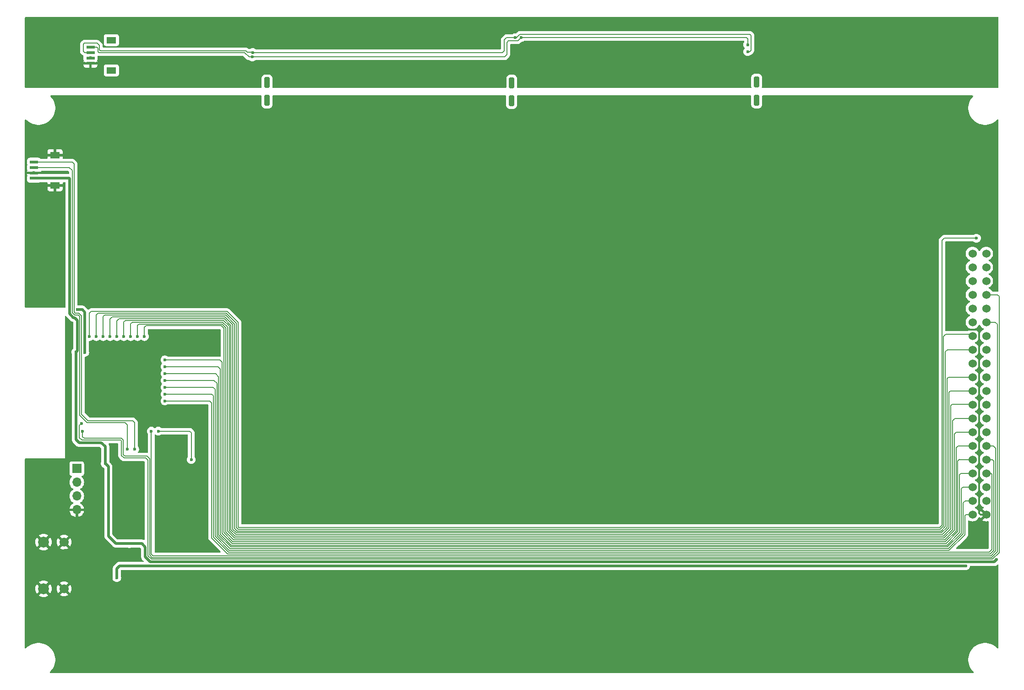
<source format=gbr>
%TF.GenerationSoftware,KiCad,Pcbnew,8.0.9*%
%TF.CreationDate,2025-09-15T10:43:43+02:00*%
%TF.ProjectId,iot_weatherstation_full_vcut,696f745f-7765-4617-9468-657273746174,rev?*%
%TF.SameCoordinates,Original*%
%TF.FileFunction,Copper,L1,Top*%
%TF.FilePolarity,Positive*%
%FSLAX46Y46*%
G04 Gerber Fmt 4.6, Leading zero omitted, Abs format (unit mm)*
G04 Created by KiCad (PCBNEW 8.0.9) date 2025-09-15 10:43:43*
%MOMM*%
%LPD*%
G01*
G04 APERTURE LIST*
G04 Aperture macros list*
%AMRoundRect*
0 Rectangle with rounded corners*
0 $1 Rounding radius*
0 $2 $3 $4 $5 $6 $7 $8 $9 X,Y pos of 4 corners*
0 Add a 4 corners polygon primitive as box body*
4,1,4,$2,$3,$4,$5,$6,$7,$8,$9,$2,$3,0*
0 Add four circle primitives for the rounded corners*
1,1,$1+$1,$2,$3*
1,1,$1+$1,$4,$5*
1,1,$1+$1,$6,$7*
1,1,$1+$1,$8,$9*
0 Add four rect primitives between the rounded corners*
20,1,$1+$1,$2,$3,$4,$5,0*
20,1,$1+$1,$4,$5,$6,$7,0*
20,1,$1+$1,$6,$7,$8,$9,0*
20,1,$1+$1,$8,$9,$2,$3,0*%
G04 Aperture macros list end*
%TA.AperFunction,SMDPad,CuDef*%
%ADD10RoundRect,0.250000X0.250000X-0.750000X0.250000X0.750000X-0.250000X0.750000X-0.250000X-0.750000X0*%
%TD*%
%TA.AperFunction,SMDPad,CuDef*%
%ADD11R,1.550000X0.600000*%
%TD*%
%TA.AperFunction,SMDPad,CuDef*%
%ADD12R,1.800000X1.200000*%
%TD*%
%TA.AperFunction,ComponentPad*%
%ADD13C,1.524000*%
%TD*%
%TA.AperFunction,ComponentPad*%
%ADD14C,2.010000*%
%TD*%
%TA.AperFunction,ComponentPad*%
%ADD15C,1.700000*%
%TD*%
%TA.AperFunction,ComponentPad*%
%ADD16R,1.700000X1.700000*%
%TD*%
%TA.AperFunction,ComponentPad*%
%ADD17O,1.700000X1.700000*%
%TD*%
%TA.AperFunction,ViaPad*%
%ADD18C,0.600000*%
%TD*%
%TA.AperFunction,Conductor*%
%ADD19C,0.350000*%
%TD*%
%TA.AperFunction,Conductor*%
%ADD20C,0.200000*%
%TD*%
%TA.AperFunction,Conductor*%
%ADD21C,0.500000*%
%TD*%
G04 APERTURE END LIST*
D10*
%TO.P,J10,1,Pin_1*%
%TO.N,unconnected-(J10-Pin_1-Pad1)*%
X219813533Y-118407723D03*
%TD*%
%TO.P,J9,1,Pin_1*%
%TO.N,unconnected-(J9-Pin_1-Pad1)*%
X174575525Y-118362455D03*
%TD*%
D11*
%TO.P,J6,1,1*%
%TO.N,+3V3*%
X131507000Y-136049800D03*
%TO.P,J6,2,2*%
%TO.N,GND*%
X131507000Y-135049800D03*
%TO.P,J6,3,3*%
%TO.N,/BME688/SDA*%
X131507000Y-134049800D03*
%TO.P,J6,4,4*%
%TO.N,/BME688/SCL*%
X131507000Y-133049800D03*
D12*
%TO.P,J6,MP1,MP1*%
%TO.N,GND*%
X135382000Y-137349800D03*
%TO.P,J6,MP2,MP2*%
X135382000Y-131749800D03*
%TD*%
D10*
%TO.P,J11,1,Pin_1*%
%TO.N,unconnected-(J11-Pin_1-Pad1)*%
X265078562Y-118229192D03*
%TD*%
%TO.P,J3,1,Pin_1*%
%TO.N,unconnected-(J3-Pin_1-Pad1)*%
X174574200Y-121640600D03*
%TD*%
D11*
%TO.P,J8,1,1*%
%TO.N,+3V3*%
X141926097Y-114798802D03*
%TO.P,J8,2,2*%
%TO.N,GND*%
X141926097Y-113798802D03*
%TO.P,J8,3,3*%
%TO.N,/BME688/SDA*%
X141926097Y-112798802D03*
%TO.P,J8,4,4*%
%TO.N,/BME688/SCL*%
X141926097Y-111798802D03*
D12*
%TO.P,J8,MP1,MP1*%
%TO.N,GND*%
X145801097Y-116098802D03*
%TO.P,J8,MP2,MP2*%
X145801097Y-110498802D03*
%TD*%
D10*
%TO.P,J4,1,Pin_1*%
%TO.N,unconnected-(J4-Pin_1-Pad1)*%
X219786200Y-121716800D03*
%TD*%
D13*
%TO.P,U4,1,NC*%
%TO.N,unconnected-(U4-NC-Pad1)*%
X307534400Y-149956800D03*
%TO.P,U4,2,LED_A*%
%TO.N,LED_A*%
X307534400Y-152496800D03*
%TO.P,U4,3,5V*%
%TO.N,+5V*%
X307534400Y-155036800D03*
%TO.P,U4,4,REST*%
%TO.N,/ESP32/REST*%
X307534400Y-157576800D03*
%TO.P,U4,5,F_CS*%
%TO.N,unconnected-(U4-F_CS-Pad5)*%
X307534400Y-160116800D03*
%TO.P,U4,6,CS*%
%TO.N,/ESP32/CS*%
X307534400Y-162656800D03*
%TO.P,U4,7,DB15*%
%TO.N,unconnected-(U4-DB15-Pad7)*%
X307534400Y-165196800D03*
%TO.P,U4,8,DB14*%
%TO.N,unconnected-(U4-DB14-Pad8)*%
X307534400Y-167736800D03*
%TO.P,U4,9,DB13*%
%TO.N,unconnected-(U4-DB13-Pad9)*%
X307534400Y-170276800D03*
%TO.P,U4,10,DB12*%
%TO.N,unconnected-(U4-DB12-Pad10)*%
X307534400Y-172816800D03*
%TO.P,U4,11,DB11*%
%TO.N,unconnected-(U4-DB11-Pad11)*%
X307534400Y-175356800D03*
%TO.P,U4,12,DB10*%
%TO.N,unconnected-(U4-DB10-Pad12)*%
X307534400Y-177896800D03*
%TO.P,U4,13,DB9*%
%TO.N,unconnected-(U4-DB9-Pad13)*%
X307534400Y-180436800D03*
%TO.P,U4,14,DB8*%
%TO.N,unconnected-(U4-DB8-Pad14)*%
X307534400Y-182976800D03*
%TO.P,U4,15,RD*%
%TO.N,/ESP32/RD*%
X307534400Y-185516800D03*
%TO.P,U4,16,WR*%
%TO.N,/ESP32/WR*%
X307534400Y-188056800D03*
%TO.P,U4,17,RS*%
%TO.N,/ESP32/RS*%
X307534400Y-190596800D03*
%TO.P,U4,18,NC*%
%TO.N,unconnected-(U4-NC-Pad18)*%
X307534400Y-193136800D03*
%TO.P,U4,19,3V3*%
%TO.N,+3V3*%
X307534400Y-195676800D03*
%TO.P,U4,20,GND*%
%TO.N,GND*%
X307534400Y-198216800D03*
%TO.P,U4,21,DB0*%
%TO.N,/ESP32/D0*%
X304994400Y-198216800D03*
%TO.P,U4,22,DB1*%
%TO.N,/ESP32/D1*%
X304994400Y-195676800D03*
%TO.P,U4,23,DB2*%
%TO.N,/ESP32/D2*%
X304994400Y-193136800D03*
%TO.P,U4,24,DB3*%
%TO.N,/ESP32/D3*%
X304994400Y-190596800D03*
%TO.P,U4,25,DB4*%
%TO.N,/ESP32/D4*%
X304994400Y-188056800D03*
%TO.P,U4,26,DB5*%
%TO.N,/ESP32/D5*%
X304994400Y-185516800D03*
%TO.P,U4,27,DB6*%
%TO.N,/ESP32/D6*%
X304994400Y-182976800D03*
%TO.P,U4,28,DB7*%
%TO.N,/ESP32/D7*%
X304994400Y-180436800D03*
%TO.P,U4,29,T_CLK*%
%TO.N,/ESP32/T_CLK*%
X304994400Y-177896800D03*
%TO.P,U4,30,T_CS*%
%TO.N,/ESP32/T_CS*%
X304994400Y-175356800D03*
%TO.P,U4,31,T_DIN*%
%TO.N,/ESP32/T_DIN*%
X304994400Y-172816800D03*
%TO.P,U4,32,NC*%
%TO.N,unconnected-(U4-NC-Pad32)*%
X304994400Y-170276800D03*
%TO.P,U4,33,T_DO*%
%TO.N,/ESP32/T_DO*%
X304994400Y-167736800D03*
%TO.P,U4,34,T_IRQ*%
%TO.N,/ESP32/T_IRQ*%
X304994400Y-165196800D03*
%TO.P,U4,35,SD_DO*%
%TO.N,unconnected-(U4-SD_DO-Pad35)*%
X304994400Y-162656800D03*
%TO.P,U4,36,SD_CLK*%
%TO.N,unconnected-(U4-SD_CLK-Pad36)*%
X304994400Y-160116800D03*
%TO.P,U4,37,SD_DIN*%
%TO.N,unconnected-(U4-SD_DIN-Pad37)*%
X304994400Y-157576800D03*
%TO.P,U4,38,SD_CS*%
%TO.N,unconnected-(U4-SD_CS-Pad38)*%
X304994400Y-155036800D03*
%TO.P,U4,39,NC*%
%TO.N,unconnected-(U4-NC-Pad39)*%
X304994400Y-152496800D03*
%TO.P,U4,40,NC*%
%TO.N,unconnected-(U4-NC-Pad40)*%
X304994400Y-149956800D03*
%TD*%
D10*
%TO.P,J7,1,Pin_1*%
%TO.N,unconnected-(J7-Pin_1-Pad1)*%
X265099800Y-121666000D03*
%TD*%
D14*
%TO.P,J1,S1,SHIELD*%
%TO.N,GND*%
X133248400Y-211963000D03*
D15*
X137048400Y-211963000D03*
D14*
X133248400Y-203323000D03*
D15*
X137048400Y-203323000D03*
%TD*%
D16*
%TO.P,J2,1,Pin_1*%
%TO.N,+5V*%
X139395200Y-189738000D03*
D17*
%TO.P,J2,2,Pin_2*%
%TO.N,/ESP32/TX0*%
X139395200Y-192278000D03*
%TO.P,J2,3,Pin_3*%
%TO.N,/ESP32/RX0*%
X139395200Y-194818000D03*
%TO.P,J2,4,Pin_4*%
%TO.N,GND*%
X139395200Y-197358000D03*
%TD*%
D18*
%TO.N,GND*%
X305714400Y-212098457D03*
X147752400Y-212013800D03*
X147065200Y-173966200D03*
X305714400Y-208288457D03*
X304444400Y-210828457D03*
X144265200Y-171166200D03*
X306984400Y-210828457D03*
X309295800Y-209550000D03*
X307534400Y-208280000D03*
X309295800Y-210845400D03*
X140131800Y-202705200D03*
X143347103Y-207391400D03*
X306984400Y-212098457D03*
X305714400Y-209558457D03*
X145849381Y-110487540D03*
X308254400Y-210828457D03*
X147065200Y-171166200D03*
X135382000Y-137337800D03*
X303199800Y-163525200D03*
X147065200Y-172566200D03*
X305714400Y-210828457D03*
X137894400Y-181825600D03*
X145665200Y-171166200D03*
X131507000Y-135037800D03*
X144265200Y-173966200D03*
X308254400Y-209550000D03*
X137338400Y-210393000D03*
X137338400Y-204893000D03*
X151398900Y-209906000D03*
X306292700Y-144638800D03*
X145665200Y-172566200D03*
X309295800Y-208280000D03*
X306984400Y-209550000D03*
X304444400Y-209558457D03*
X135344400Y-131699000D03*
X141974381Y-113787540D03*
X144265200Y-172566200D03*
X162560000Y-156273600D03*
X309295800Y-212090000D03*
X137972800Y-167055800D03*
X150829200Y-200431400D03*
X162552600Y-191173000D03*
X145665200Y-173966200D03*
X140208000Y-159207200D03*
X304444400Y-212098457D03*
X145849381Y-116087540D03*
X158452600Y-191173000D03*
X308254400Y-212098457D03*
X151994200Y-212013800D03*
X158460000Y-156273600D03*
X141401800Y-207975200D03*
%TO.N,+3V3*%
X216631583Y-109510940D03*
X219636381Y-115989740D03*
X131507000Y-136049800D03*
X139496800Y-160324800D03*
X140881000Y-168249600D03*
X309438461Y-206568461D03*
X144653000Y-188798200D03*
X270233183Y-110690740D03*
X139217400Y-168198800D03*
X141926097Y-114798802D03*
X149098900Y-203606000D03*
X173713181Y-115201740D03*
X175877383Y-108887340D03*
%TO.N,+5V*%
X303733200Y-207725400D03*
X146798900Y-209906000D03*
%TO.N,/ESP32/D7*%
X149375200Y-165316200D03*
%TO.N,/ESP32/T_DIN*%
X145565200Y-165316200D03*
%TO.N,/ESP32/RS*%
X155705200Y-175971200D03*
%TO.N,/ESP32/WR*%
X155705200Y-177241200D03*
%TO.N,/ESP32/D6*%
X150645200Y-165316200D03*
%TO.N,/ESP32/T_CLK*%
X148105200Y-165316200D03*
%TO.N,BOOT0*%
X154457400Y-182816200D03*
X160553400Y-188061600D03*
%TO.N,/ESP32/D2*%
X155705200Y-172161200D03*
%TO.N,/ESP32/D0*%
X155705200Y-174701200D03*
%TO.N,/ESP32/D5*%
X151915200Y-165316200D03*
%TO.N,/ESP32/RD*%
X153185200Y-182816200D03*
%TO.N,/ESP32/TFT_LED_PWM*%
X305739800Y-147142200D03*
X141755200Y-165316200D03*
%TO.N,/ESP32/D3*%
X155705200Y-170891200D03*
%TO.N,/ESP32/T_CS*%
X146835200Y-165316200D03*
%TO.N,/ESP32/D4*%
X155705200Y-169621200D03*
%TO.N,/ESP32/REST*%
X140284200Y-181381400D03*
%TO.N,/BME688/SCL*%
X171858981Y-113611740D03*
X150114000Y-186131200D03*
X221541381Y-110030340D03*
X263425981Y-111351140D03*
X131507000Y-133049800D03*
X141940983Y-111793340D03*
%TO.N,/ESP32/T_IRQ*%
X143025200Y-165316200D03*
%TO.N,/ESP32/CS*%
X140485200Y-182816200D03*
%TO.N,/ESP32/D1*%
X155705200Y-173431200D03*
%TO.N,/ESP32/T_DO*%
X144295200Y-165316200D03*
%TO.N,/BME688/SDA*%
X141935200Y-112793340D03*
X220474581Y-110030340D03*
X131507000Y-134049800D03*
X148742400Y-186131200D03*
X171909781Y-112788740D03*
X263425981Y-112646540D03*
%TD*%
D19*
%TO.N,GND*%
X306247800Y-197967600D02*
X306497000Y-198216800D01*
X306497000Y-198216800D02*
X307534400Y-198216800D01*
X303199800Y-163525200D02*
X303682400Y-164007800D01*
X306247800Y-164338000D02*
X306247800Y-197967600D01*
D20*
X142007581Y-113820740D02*
X141974381Y-113787540D01*
D19*
X305917600Y-164007800D02*
X306247800Y-164338000D01*
X303682400Y-164007800D02*
X305917600Y-164007800D01*
D21*
%TO.N,+3V3*%
X139477000Y-167939200D02*
X139217400Y-168198800D01*
X138980000Y-161814600D02*
X139477000Y-162311600D01*
X138083200Y-136093200D02*
X138027800Y-136037800D01*
X144653000Y-185674000D02*
X144653000Y-188798200D01*
X143933000Y-184954000D02*
X144653000Y-185674000D01*
X145237200Y-189382400D02*
X145237200Y-202209400D01*
X140881000Y-160794600D02*
X140881000Y-168249600D01*
X145237200Y-202209400D02*
X146633800Y-203606000D01*
X139818200Y-184954000D02*
X143933000Y-184954000D01*
X309031522Y-206975400D02*
X153001124Y-206975400D01*
X138083200Y-161115028D02*
X138782772Y-161814600D01*
X139217400Y-184353200D02*
X139818200Y-184954000D01*
X153001124Y-206975400D02*
X152054200Y-206028476D01*
X139496800Y-160324800D02*
X140411200Y-160324800D01*
X138027800Y-136037800D02*
X131507000Y-136037800D01*
X144653000Y-188798200D02*
X145237200Y-189382400D01*
X138782772Y-161814600D02*
X138980000Y-161814600D01*
X146633800Y-203606000D02*
X149098900Y-203606000D01*
X140411200Y-160324800D02*
X140881000Y-160794600D01*
X138083200Y-136093200D02*
X138083200Y-161115028D01*
X151409000Y-203606000D02*
X149098900Y-203606000D01*
X309438461Y-206568461D02*
X309031522Y-206975400D01*
X152054200Y-204251200D02*
X151409000Y-203606000D01*
X139217400Y-168198800D02*
X139217400Y-184353200D01*
X139477000Y-162311600D02*
X139477000Y-167939200D01*
X152054200Y-206028476D02*
X152054200Y-204251200D01*
%TO.N,+5V*%
X147290400Y-207725400D02*
X146798900Y-208216900D01*
X303733200Y-207725400D02*
X147290400Y-207725400D01*
X146798900Y-208216900D02*
X146798900Y-209906000D01*
D20*
%TO.N,/ESP32/D7*%
X149375200Y-162943200D02*
X149650400Y-162668000D01*
X168512160Y-202574400D02*
X299726344Y-202574400D01*
X301756800Y-180436800D02*
X304994400Y-180436800D01*
X149650400Y-162668000D02*
X166386896Y-162668000D01*
X149375200Y-165316200D02*
X149375200Y-162943200D01*
X167255600Y-163536704D02*
X167255600Y-201317840D01*
X301291800Y-180901800D02*
X301756800Y-180436800D01*
X166386896Y-162668000D02*
X167255600Y-163536704D01*
X167255600Y-201317840D02*
X168512160Y-202574400D01*
X301291800Y-201008944D02*
X301291800Y-180901800D01*
X299726344Y-202574400D02*
X301291800Y-201008944D01*
%TO.N,/ESP32/T_DIN*%
X168918504Y-201593400D02*
X299320000Y-201593400D01*
X168236600Y-163401256D02*
X168243200Y-163407856D01*
X300310800Y-173069000D02*
X300563000Y-172816800D01*
X168236600Y-163130360D02*
X168236600Y-163401256D01*
X145565200Y-162079600D02*
X145957800Y-161687000D01*
X300563000Y-172816800D02*
X304994400Y-172816800D01*
X145957800Y-161687000D02*
X166793240Y-161687000D01*
X300310800Y-200602600D02*
X300310800Y-173069000D01*
X168243200Y-200918096D02*
X168918504Y-201593400D01*
X145565200Y-165316200D02*
X145565200Y-162079600D01*
X168243200Y-163407856D02*
X168243200Y-200918096D01*
X166793240Y-161687000D02*
X168236600Y-163130360D01*
X299320000Y-201593400D02*
X300310800Y-200602600D01*
%TO.N,/ESP32/RS*%
X164639600Y-202401424D02*
X167428576Y-205190400D01*
X308420200Y-190596800D02*
X307534400Y-190596800D01*
X164639600Y-176272800D02*
X164639600Y-202401424D01*
X164338000Y-175971200D02*
X164639600Y-176272800D01*
X308603400Y-190780000D02*
X308420200Y-190596800D01*
X155705200Y-175971200D02*
X164338000Y-175971200D01*
X308118200Y-205190400D02*
X308603400Y-204705200D01*
X167428576Y-205190400D02*
X308118200Y-205190400D01*
X308603400Y-204705200D02*
X308603400Y-190780000D01*
%TO.N,/ESP32/WR*%
X308930400Y-204840648D02*
X308930400Y-188330400D01*
X164312600Y-202536872D02*
X167293128Y-205517400D01*
X308253648Y-205517400D02*
X308930400Y-204840648D01*
X308930400Y-188330400D02*
X308656800Y-188056800D01*
X167293128Y-205517400D02*
X308253648Y-205517400D01*
X155705200Y-177241200D02*
X163957000Y-177241200D01*
X163957000Y-177241200D02*
X164312600Y-177596800D01*
X164312600Y-177596800D02*
X164312600Y-202536872D01*
X308656800Y-188056800D02*
X307534400Y-188056800D01*
%TO.N,/ESP32/D6*%
X304994400Y-182976800D02*
X301985400Y-182976800D01*
X299861792Y-202901400D02*
X168376712Y-202901400D01*
X150645200Y-163248000D02*
X150645200Y-165316200D01*
X301985400Y-182976800D02*
X301618800Y-183343400D01*
X150898200Y-162995000D02*
X150645200Y-163248000D01*
X301618800Y-183343400D02*
X301618800Y-201144392D01*
X168376712Y-202901400D02*
X166928600Y-201453288D01*
X166928600Y-201453288D02*
X166928600Y-163672152D01*
X301618800Y-201144392D02*
X299861792Y-202901400D01*
X166251448Y-162995000D02*
X150898200Y-162995000D01*
X166928600Y-163672152D02*
X166251448Y-162995000D01*
%TO.N,/ESP32/T_CLK*%
X167589200Y-201188992D02*
X168647608Y-202247400D01*
X148105200Y-165316200D02*
X148105200Y-162638400D01*
X299590896Y-202247400D02*
X300964800Y-200873496D01*
X167589200Y-180492400D02*
X167589200Y-201188992D01*
X168647608Y-202247400D02*
X299590896Y-202247400D01*
X166522344Y-162341000D02*
X167582600Y-163401256D01*
X300964800Y-178104600D02*
X301244000Y-177825400D01*
X300964800Y-200873496D02*
X300964800Y-178104600D01*
X148402600Y-162341000D02*
X166522344Y-162341000D01*
X304923000Y-177825400D02*
X304994400Y-177896800D01*
X167582600Y-180485800D02*
X167589200Y-180492400D01*
X148105200Y-162638400D02*
X148402600Y-162341000D01*
X167582600Y-163401256D02*
X167582600Y-180485800D01*
X301244000Y-177825400D02*
X304923000Y-177825400D01*
%TO.N,BOOT0*%
X160286400Y-182816200D02*
X160553400Y-183083200D01*
X154457400Y-182816200D02*
X160286400Y-182816200D01*
X160553400Y-183083200D02*
X160553400Y-188061600D01*
%TO.N,/ESP32/D2*%
X165049200Y-172161200D02*
X155705200Y-172161200D01*
X303255400Y-193136800D02*
X302926800Y-193465400D01*
X300403584Y-204209400D02*
X167834920Y-204209400D01*
X165620600Y-172732600D02*
X165049200Y-172161200D01*
X302926800Y-193465400D02*
X302926800Y-201686184D01*
X165620600Y-201995080D02*
X165620600Y-172732600D01*
X302926800Y-201686184D02*
X300403584Y-204209400D01*
X167834920Y-204209400D02*
X165620600Y-201995080D01*
X304994400Y-193136800D02*
X303255400Y-193136800D01*
%TO.N,/ESP32/D0*%
X155705200Y-174701200D02*
X164592000Y-174701200D01*
X164966600Y-202265976D02*
X167564024Y-204863400D01*
X300674480Y-204863400D02*
X303580800Y-201957080D01*
X164966600Y-175075800D02*
X164966600Y-202265976D01*
X303580800Y-201957080D02*
X303580800Y-198424800D01*
X303580800Y-198424800D02*
X303788800Y-198216800D01*
X167564024Y-204863400D02*
X300674480Y-204863400D01*
X164592000Y-174701200D02*
X164966600Y-175075800D01*
X303788800Y-198216800D02*
X304994400Y-198216800D01*
%TO.N,/ESP32/D5*%
X301945800Y-185912000D02*
X302341000Y-185516800D01*
X166601600Y-201588736D02*
X168241264Y-203228400D01*
X166601600Y-163807600D02*
X166601600Y-201588736D01*
X168241264Y-203228400D02*
X299997240Y-203228400D01*
X151915200Y-163603600D02*
X152196800Y-163322000D01*
X302341000Y-185516800D02*
X304994400Y-185516800D01*
X299997240Y-203228400D02*
X301945800Y-201279840D01*
X152196800Y-163322000D02*
X166116000Y-163322000D01*
X304723800Y-185470800D02*
X304993600Y-185740600D01*
X301945800Y-201279840D02*
X301945800Y-185912000D01*
X166116000Y-163322000D02*
X166601600Y-163807600D01*
X151915200Y-165316200D02*
X151915200Y-163603600D01*
%TO.N,/ESP32/RD*%
X153469600Y-205844400D02*
X308389096Y-205844400D01*
X309257400Y-204976096D02*
X309257400Y-185937400D01*
X308389096Y-205844400D02*
X309257400Y-204976096D01*
X308836800Y-185516800D02*
X307534400Y-185516800D01*
X153185200Y-205560000D02*
X153469600Y-205844400D01*
X309257400Y-185937400D02*
X308836800Y-185516800D01*
X153185200Y-182816200D02*
X153185200Y-205560000D01*
%TO.N,/ESP32/TFT_LED_PWM*%
X305739800Y-147142200D02*
X299745400Y-147142200D01*
X299329800Y-200196256D02*
X298913656Y-200612400D01*
X142081200Y-160686800D02*
X141755200Y-161012800D01*
X169224200Y-162730616D02*
X167180384Y-160686800D01*
X167180384Y-160686800D02*
X142081200Y-160686800D01*
X169324848Y-200612400D02*
X169224200Y-200511752D01*
X169224200Y-200511752D02*
X169224200Y-162730616D01*
X298913656Y-200612400D02*
X169324848Y-200612400D01*
X299329800Y-147557800D02*
X299329800Y-200196256D01*
X299745400Y-147142200D02*
X299329800Y-147557800D01*
X141755200Y-161012800D02*
X141755200Y-165316200D01*
%TO.N,/ESP32/D3*%
X302599800Y-190871400D02*
X302599800Y-201550736D01*
X165947600Y-171332400D02*
X165506400Y-170891200D01*
X165947600Y-201859632D02*
X165947600Y-171332400D01*
X300268136Y-203882400D02*
X167970368Y-203882400D01*
X302874400Y-190596800D02*
X302599800Y-190871400D01*
X304994400Y-190596800D02*
X302874400Y-190596800D01*
X167970368Y-203882400D02*
X165947600Y-201859632D01*
X165506400Y-170891200D02*
X155705200Y-170891200D01*
X302599800Y-201550736D02*
X300268136Y-203882400D01*
%TO.N,/ESP32/T_CS*%
X146835200Y-162435200D02*
X147256400Y-162014000D01*
X299455448Y-201920400D02*
X300637800Y-200738048D01*
X166657792Y-162014000D02*
X167909600Y-163265808D01*
X167916200Y-178009800D02*
X167916200Y-201053544D01*
X300637800Y-175637600D02*
X300918600Y-175356800D01*
X168783056Y-201920400D02*
X299455448Y-201920400D01*
X167916200Y-201053544D02*
X168783056Y-201920400D01*
X300918600Y-175356800D02*
X304994400Y-175356800D01*
X300637800Y-200738048D02*
X300637800Y-175637600D01*
X146835200Y-165316200D02*
X146835200Y-162435200D01*
X167909600Y-163265808D02*
X167909600Y-178003200D01*
X147256400Y-162014000D02*
X166657792Y-162014000D01*
X167909600Y-178003200D02*
X167916200Y-178009800D01*
%TO.N,/ESP32/D4*%
X166274600Y-201724184D02*
X166274600Y-170084600D01*
X302615600Y-188036200D02*
X302272800Y-188379000D01*
X302272800Y-201415288D02*
X300132688Y-203555400D01*
X304994400Y-188056800D02*
X302636200Y-188056800D01*
X302636200Y-188056800D02*
X302615600Y-188036200D01*
X304317400Y-188010800D02*
X304666600Y-188360000D01*
X168105816Y-203555400D02*
X166274600Y-201724184D01*
X166274600Y-170084600D02*
X165811200Y-169621200D01*
X165811200Y-169621200D02*
X155705200Y-169621200D01*
X302272800Y-188379000D02*
X302272800Y-201415288D01*
X300132688Y-203555400D02*
X168105816Y-203555400D01*
%TO.N,/ESP32/REST*%
X140331800Y-184477000D02*
X147520000Y-184477000D01*
X153198704Y-206498400D02*
X308659992Y-206498400D01*
X139885200Y-184030400D02*
X140331800Y-184477000D01*
X139885200Y-181780400D02*
X139885200Y-184030400D01*
X152146000Y-187782200D02*
X152531200Y-188167400D01*
X152531200Y-188167400D02*
X152531200Y-205830896D01*
X309586800Y-157576800D02*
X307534400Y-157576800D01*
X309911400Y-205246992D02*
X309911400Y-157901400D01*
X147678800Y-187308048D02*
X148152952Y-187782200D01*
X147678800Y-184635800D02*
X147678800Y-187308048D01*
X140284200Y-181381400D02*
X139885200Y-181780400D01*
X147520000Y-184477000D02*
X147678800Y-184635800D01*
X152531200Y-205830896D02*
X153198704Y-206498400D01*
X309911400Y-157901400D02*
X309586800Y-157576800D01*
X148152952Y-187782200D02*
X152146000Y-187782200D01*
X308659992Y-206498400D02*
X309911400Y-205246992D01*
%TO.N,/BME688/SCL*%
X131507000Y-133037800D02*
X138549600Y-133037800D01*
X143283981Y-112621140D02*
X143487181Y-112824340D01*
X139115800Y-161010600D02*
X139806848Y-161010600D01*
X219188781Y-110630340D02*
X220941381Y-110630340D01*
X170436581Y-112824340D02*
X171223981Y-113611740D01*
X143283981Y-111986140D02*
X143283981Y-112621140D01*
X221541381Y-110030340D02*
X263197381Y-110030340D01*
X140281000Y-179701800D02*
X141455800Y-180876600D01*
X218467981Y-113611740D02*
X218896581Y-113183140D01*
X138549600Y-133037800D02*
X138887200Y-133375400D01*
X149736200Y-180876600D02*
X150114000Y-181254400D01*
X263197381Y-110030340D02*
X263425981Y-110258940D01*
X150114000Y-181254400D02*
X150114000Y-186131200D01*
X218896581Y-113183140D02*
X218896581Y-110922540D01*
X141455800Y-180876600D02*
X149736200Y-180876600D01*
X220941381Y-110630340D02*
X221541381Y-110030340D01*
X263425981Y-110258940D02*
X263425981Y-111351140D01*
X143091181Y-111793340D02*
X143283981Y-111986140D01*
X140281000Y-161484752D02*
X140281000Y-179701800D01*
X141940983Y-111793340D02*
X143091181Y-111793340D01*
X218896581Y-110922540D02*
X219188781Y-110630340D01*
X171223981Y-113611740D02*
X171858981Y-113611740D01*
X138887200Y-160782000D02*
X139115800Y-161010600D01*
X143487181Y-112824340D02*
X170436581Y-112824340D01*
X139806848Y-161010600D02*
X140281000Y-161484752D01*
X171858981Y-113611740D02*
X218467981Y-113611740D01*
X138887200Y-133375400D02*
X138887200Y-160782000D01*
%TO.N,/ESP32/T_IRQ*%
X168897200Y-162866064D02*
X168897200Y-200647200D01*
X143329000Y-161013800D02*
X167044936Y-161013800D01*
X304719800Y-164922200D02*
X304994400Y-165196800D01*
X167044936Y-161013800D02*
X168897200Y-162866064D01*
X299656800Y-165290200D02*
X300024800Y-164922200D01*
X143025200Y-161317600D02*
X143329000Y-161013800D01*
X300024800Y-164922200D02*
X304719800Y-164922200D01*
X299049104Y-200939400D02*
X299656800Y-200331704D01*
X143025200Y-165316200D02*
X143025200Y-161317600D01*
X168897200Y-200647200D02*
X169189400Y-200939400D01*
X169189400Y-200939400D02*
X299049104Y-200939400D01*
X299656800Y-200331704D02*
X299656800Y-165290200D01*
%TO.N,/ESP32/CS*%
X152858200Y-187961000D02*
X152858200Y-205695448D01*
X152352400Y-187455200D02*
X152858200Y-187961000D01*
X309584400Y-163044400D02*
X309196800Y-162656800D01*
X140485200Y-182816200D02*
X140485200Y-183893800D01*
X140485200Y-183893800D02*
X140741400Y-184150000D01*
X148005800Y-187172600D02*
X148288400Y-187455200D01*
X309196800Y-162656800D02*
X307534400Y-162656800D01*
X152858200Y-205695448D02*
X153334152Y-206171400D01*
X309584400Y-205111544D02*
X309584400Y-163044400D01*
X148288400Y-187455200D02*
X152352400Y-187455200D01*
X308524544Y-206171400D02*
X309584400Y-205111544D01*
X153334152Y-206171400D02*
X308524544Y-206171400D01*
X140741400Y-184150000D02*
X147675600Y-184150000D01*
X147675600Y-184150000D02*
X148005800Y-184480200D01*
X148005800Y-184480200D02*
X148005800Y-187172600D01*
%TO.N,/ESP32/D1*%
X303253800Y-201821632D02*
X303253800Y-196084800D01*
X303661800Y-195676800D02*
X304994400Y-195676800D01*
X303253800Y-196084800D02*
X303661800Y-195676800D01*
X165293600Y-202130528D02*
X167699472Y-204536400D01*
X155705200Y-173431200D02*
X164744400Y-173431200D01*
X300539032Y-204536400D02*
X303253800Y-201821632D01*
X167699472Y-204536400D02*
X300539032Y-204536400D01*
X164744400Y-173431200D02*
X165293600Y-173980400D01*
X165293600Y-173980400D02*
X165293600Y-202130528D01*
%TO.N,/ESP32/T_DO*%
X299983800Y-168138200D02*
X299983800Y-200467152D01*
X144576800Y-161340800D02*
X144295200Y-161622400D01*
X299983800Y-200467152D02*
X299184552Y-201266400D01*
X166909488Y-161340800D02*
X144576800Y-161340800D01*
X168570200Y-163001512D02*
X166909488Y-161340800D01*
X304994400Y-167736800D02*
X300385200Y-167736800D01*
X300385200Y-167736800D02*
X299983800Y-168138200D01*
X144295200Y-161622400D02*
X144295200Y-165316200D01*
X299184552Y-201266400D02*
X169053952Y-201266400D01*
X169053952Y-201266400D02*
X168570200Y-200782648D01*
X168570200Y-200782648D02*
X168570200Y-163001512D01*
%TO.N,unconnected-(U4-SD_DO-Pad35)*%
X305320600Y-163077400D02*
X304854000Y-162610800D01*
%TO.N,/BME688/SDA*%
X141940983Y-112793340D02*
X141935200Y-112793340D01*
X139954000Y-161620200D02*
X139671400Y-161337600D01*
X221292852Y-109430340D02*
X263841981Y-109430340D01*
X138560200Y-134597800D02*
X138000200Y-134037800D01*
X220474581Y-110030340D02*
X220692852Y-110030340D01*
X148742400Y-186131200D02*
X148742400Y-181660800D01*
X143610981Y-112287740D02*
X143820581Y-112497340D01*
X170668381Y-112497340D02*
X170944581Y-112773540D01*
X138560200Y-160917448D02*
X138560200Y-134597800D01*
X218122581Y-112788740D02*
X218417181Y-112494140D01*
X171909781Y-112788740D02*
X218122581Y-112788740D01*
X263841981Y-109430340D02*
X264025981Y-109614340D01*
X140839981Y-112793340D02*
X140591581Y-112544940D01*
X148285200Y-181203600D02*
X141320352Y-181203600D01*
X218848981Y-110030340D02*
X220474581Y-110030340D01*
X141320352Y-181203600D02*
X139954000Y-179837248D01*
X264025981Y-109614340D02*
X264025981Y-112427540D01*
X141935200Y-112793340D02*
X140839981Y-112793340D01*
X218417181Y-110462140D02*
X218848981Y-110030340D01*
X264025981Y-112427540D02*
X263806981Y-112646540D01*
X143820581Y-112497340D02*
X170668381Y-112497340D01*
X170944581Y-112773540D02*
X171894581Y-112773540D01*
X140591581Y-111274940D02*
X140794781Y-111071740D01*
X171894581Y-112773540D02*
X171909781Y-112788740D01*
X138980352Y-161337600D02*
X138560200Y-160917448D01*
X140794781Y-111071740D02*
X143182381Y-111071740D01*
X143182381Y-111071740D02*
X143610981Y-111500340D01*
X139954000Y-179837248D02*
X139954000Y-161620200D01*
X148742400Y-181660800D02*
X148285200Y-181203600D01*
X263806981Y-112646540D02*
X263425981Y-112646540D01*
X138000200Y-134037800D02*
X131507000Y-134037800D01*
X140591581Y-112544940D02*
X140591581Y-111274940D01*
X218417181Y-112494140D02*
X218417181Y-110462140D01*
X143610981Y-111500340D02*
X143610981Y-112287740D01*
X139671400Y-161337600D02*
X138980352Y-161337600D01*
X220692852Y-110030340D02*
X221292852Y-109430340D01*
%TD*%
%TA.AperFunction,Conductor*%
%TO.N,+3V3*%
G36*
X309756905Y-106257925D02*
G01*
X309802660Y-106310729D01*
X309813865Y-106362242D01*
X309813554Y-119207734D01*
X309813553Y-119230603D01*
X309793867Y-119297642D01*
X309741062Y-119343396D01*
X309689553Y-119354600D01*
X266166515Y-119354600D01*
X266099476Y-119334915D01*
X266053721Y-119282111D01*
X266043777Y-119212953D01*
X266048809Y-119191596D01*
X266048809Y-119191595D01*
X266068561Y-119131989D01*
X266079062Y-119029201D01*
X266079061Y-117429184D01*
X266068561Y-117326395D01*
X266013376Y-117159858D01*
X265921274Y-117010536D01*
X265797218Y-116886480D01*
X265704450Y-116829261D01*
X265647898Y-116794379D01*
X265647893Y-116794377D01*
X265646424Y-116793890D01*
X265481359Y-116739193D01*
X265481357Y-116739192D01*
X265378572Y-116728692D01*
X264778560Y-116728692D01*
X264778542Y-116728693D01*
X264675765Y-116739192D01*
X264675762Y-116739193D01*
X264509230Y-116794377D01*
X264509225Y-116794379D01*
X264359904Y-116886481D01*
X264235851Y-117010534D01*
X264143749Y-117159855D01*
X264143747Y-117159860D01*
X264115911Y-117243862D01*
X264088563Y-117326395D01*
X264088563Y-117326396D01*
X264088562Y-117326396D01*
X264078062Y-117429175D01*
X264078062Y-119029193D01*
X264078063Y-119029210D01*
X264088562Y-119131988D01*
X264108315Y-119191595D01*
X264110717Y-119261424D01*
X264074986Y-119321466D01*
X264012465Y-119352659D01*
X263990609Y-119354600D01*
X220936342Y-119354600D01*
X220869303Y-119334915D01*
X220823548Y-119282111D01*
X220812984Y-119217996D01*
X220814033Y-119207732D01*
X220814032Y-117607715D01*
X220809408Y-117562453D01*
X220803532Y-117504926D01*
X220803531Y-117504923D01*
X220788532Y-117459659D01*
X220748347Y-117338389D01*
X220656245Y-117189067D01*
X220532189Y-117065011D01*
X220382867Y-116972909D01*
X220216330Y-116917724D01*
X220216328Y-116917723D01*
X220113543Y-116907223D01*
X219513531Y-116907223D01*
X219513513Y-116907224D01*
X219410736Y-116917723D01*
X219410733Y-116917724D01*
X219244201Y-116972908D01*
X219244196Y-116972910D01*
X219094875Y-117065012D01*
X218970822Y-117189065D01*
X218878720Y-117338386D01*
X218878719Y-117338389D01*
X218823534Y-117504926D01*
X218823534Y-117504927D01*
X218823533Y-117504927D01*
X218813033Y-117607706D01*
X218813033Y-119207724D01*
X218813034Y-119207731D01*
X218814082Y-119217994D01*
X218814083Y-119217996D01*
X218801315Y-119286689D01*
X218753435Y-119337574D01*
X218690725Y-119354600D01*
X175693710Y-119354600D01*
X175626671Y-119334915D01*
X175580916Y-119282111D01*
X175570352Y-119217998D01*
X175576024Y-119162473D01*
X175576024Y-119162471D01*
X175576025Y-119162464D01*
X175576024Y-117562447D01*
X175565524Y-117459658D01*
X175510339Y-117293121D01*
X175418237Y-117143799D01*
X175294181Y-117019743D01*
X175166733Y-116941133D01*
X175144861Y-116927642D01*
X175144856Y-116927640D01*
X175143387Y-116927153D01*
X174978322Y-116872456D01*
X174978320Y-116872455D01*
X174875535Y-116861955D01*
X174275523Y-116861955D01*
X174275505Y-116861956D01*
X174172728Y-116872455D01*
X174172725Y-116872456D01*
X174006193Y-116927640D01*
X174006188Y-116927642D01*
X173856867Y-117019744D01*
X173732814Y-117143797D01*
X173640712Y-117293118D01*
X173640710Y-117293123D01*
X173625710Y-117338391D01*
X173585526Y-117459658D01*
X173585526Y-117459659D01*
X173585525Y-117459659D01*
X173575025Y-117562438D01*
X173575025Y-119162456D01*
X173575026Y-119162471D01*
X173580699Y-119217998D01*
X173567929Y-119286691D01*
X173520049Y-119337576D01*
X173457341Y-119354600D01*
X129938553Y-119354600D01*
X129871514Y-119334915D01*
X129825759Y-119282111D01*
X129814553Y-119230597D01*
X129814653Y-115146646D01*
X140651097Y-115146646D01*
X140657498Y-115206174D01*
X140657500Y-115206181D01*
X140707742Y-115340888D01*
X140707746Y-115340895D01*
X140793906Y-115455989D01*
X140793909Y-115455992D01*
X140909003Y-115542152D01*
X140909010Y-115542156D01*
X141043717Y-115592398D01*
X141043724Y-115592400D01*
X141103252Y-115598801D01*
X141103269Y-115598802D01*
X141676097Y-115598802D01*
X142176097Y-115598802D01*
X142748925Y-115598802D01*
X142748941Y-115598801D01*
X142808469Y-115592400D01*
X142808476Y-115592398D01*
X142943183Y-115542156D01*
X142943190Y-115542152D01*
X143058284Y-115455992D01*
X143058287Y-115455989D01*
X143062069Y-115450937D01*
X144400597Y-115450937D01*
X144400597Y-116746672D01*
X144400598Y-116746678D01*
X144407005Y-116806285D01*
X144457299Y-116941130D01*
X144457303Y-116941137D01*
X144543549Y-117056346D01*
X144543552Y-117056349D01*
X144658761Y-117142595D01*
X144658768Y-117142599D01*
X144793614Y-117192893D01*
X144793613Y-117192893D01*
X144800541Y-117193637D01*
X144853224Y-117199302D01*
X146748969Y-117199301D01*
X146808580Y-117192893D01*
X146943428Y-117142598D01*
X147058643Y-117056348D01*
X147144893Y-116941133D01*
X147195188Y-116806285D01*
X147201597Y-116746675D01*
X147201596Y-115450930D01*
X147195188Y-115391319D01*
X147176378Y-115340888D01*
X147144894Y-115256473D01*
X147144890Y-115256466D01*
X147058644Y-115141257D01*
X147058641Y-115141254D01*
X146943432Y-115055008D01*
X146943425Y-115055004D01*
X146808579Y-115004710D01*
X146808580Y-115004710D01*
X146748980Y-114998303D01*
X146748978Y-114998302D01*
X146748970Y-114998302D01*
X146748961Y-114998302D01*
X144853226Y-114998302D01*
X144853220Y-114998303D01*
X144793613Y-115004710D01*
X144658768Y-115055004D01*
X144658761Y-115055008D01*
X144543552Y-115141254D01*
X144543549Y-115141257D01*
X144457303Y-115256466D01*
X144457299Y-115256473D01*
X144407005Y-115391319D01*
X144400598Y-115450918D01*
X144400598Y-115450925D01*
X144400597Y-115450937D01*
X143062069Y-115450937D01*
X143144447Y-115340895D01*
X143144451Y-115340888D01*
X143194693Y-115206181D01*
X143194695Y-115206174D01*
X143201096Y-115146646D01*
X143201097Y-115146629D01*
X143201097Y-115048802D01*
X142176097Y-115048802D01*
X142176097Y-115598802D01*
X141676097Y-115598802D01*
X141676097Y-115048802D01*
X140651097Y-115048802D01*
X140651097Y-115146646D01*
X129814653Y-115146646D01*
X129814714Y-112623994D01*
X139991079Y-112623994D01*
X140000547Y-112659330D01*
X140032004Y-112776725D01*
X140047380Y-112803357D01*
X140047381Y-112803359D01*
X140047382Y-112803359D01*
X140060335Y-112825795D01*
X140111060Y-112913654D01*
X140111062Y-112913657D01*
X140240301Y-113042896D01*
X140240306Y-113042900D01*
X140471265Y-113273860D01*
X140588596Y-113341601D01*
X140636812Y-113392167D01*
X140650597Y-113448988D01*
X140650597Y-114146672D01*
X140650598Y-114146678D01*
X140657006Y-114206286D01*
X140675616Y-114256184D01*
X140680600Y-114325876D01*
X140675617Y-114342848D01*
X140657499Y-114391425D01*
X140657498Y-114391429D01*
X140651097Y-114450957D01*
X140651097Y-114548802D01*
X140903028Y-114548802D01*
X140946361Y-114556620D01*
X141043614Y-114592893D01*
X141043613Y-114592893D01*
X141050541Y-114593637D01*
X141103224Y-114599302D01*
X142748969Y-114599301D01*
X142808580Y-114592893D01*
X142905833Y-114556619D01*
X142949166Y-114548802D01*
X143201097Y-114548802D01*
X143201097Y-114450974D01*
X143201096Y-114450957D01*
X143194695Y-114391429D01*
X143176576Y-114342850D01*
X143171592Y-114273158D01*
X143176573Y-114256193D01*
X143195188Y-114206285D01*
X143201597Y-114146675D01*
X143201596Y-113531099D01*
X143221280Y-113464061D01*
X143274084Y-113418306D01*
X143343243Y-113408362D01*
X143357678Y-113411323D01*
X143408123Y-113424840D01*
X143408124Y-113424840D01*
X170136484Y-113424840D01*
X170203523Y-113444525D01*
X170224164Y-113461158D01*
X170855265Y-114092260D01*
X170855267Y-114092261D01*
X170855271Y-114092264D01*
X170992190Y-114171313D01*
X170992193Y-114171315D01*
X170992197Y-114171317D01*
X171144924Y-114212241D01*
X171144926Y-114212241D01*
X171276570Y-114212241D01*
X171343609Y-114231926D01*
X171353884Y-114239295D01*
X171356717Y-114241554D01*
X171356719Y-114241556D01*
X171509459Y-114337529D01*
X171524666Y-114342850D01*
X171679726Y-114397108D01*
X171679731Y-114397109D01*
X171858977Y-114417305D01*
X171858981Y-114417305D01*
X171858985Y-114417305D01*
X172038230Y-114397109D01*
X172038233Y-114397108D01*
X172038236Y-114397108D01*
X172208503Y-114337529D01*
X172361243Y-114241556D01*
X172361248Y-114241550D01*
X172364078Y-114239295D01*
X172366256Y-114238405D01*
X172367139Y-114237851D01*
X172367236Y-114238005D01*
X172428764Y-114212885D01*
X172441393Y-114212240D01*
X218381312Y-114212240D01*
X218381328Y-114212241D01*
X218388924Y-114212241D01*
X218547035Y-114212241D01*
X218547038Y-114212241D01*
X218699766Y-114171317D01*
X218759097Y-114137062D01*
X218836697Y-114092260D01*
X218948501Y-113980456D01*
X218948501Y-113980454D01*
X218958705Y-113970251D01*
X218958709Y-113970246D01*
X219255087Y-113673868D01*
X219255092Y-113673864D01*
X219265295Y-113663660D01*
X219265297Y-113663660D01*
X219377101Y-113551856D01*
X219435371Y-113450929D01*
X219439069Y-113444525D01*
X219456155Y-113414930D01*
X219456156Y-113414929D01*
X219456156Y-113414927D01*
X219456158Y-113414925D01*
X219497082Y-113262197D01*
X219497082Y-113104083D01*
X219497082Y-113096488D01*
X219497081Y-113096470D01*
X219497081Y-111354840D01*
X219516766Y-111287801D01*
X219569570Y-111242046D01*
X219621081Y-111230840D01*
X220854712Y-111230840D01*
X220854728Y-111230841D01*
X220862324Y-111230841D01*
X221020435Y-111230841D01*
X221020438Y-111230841D01*
X221173166Y-111189917D01*
X221223285Y-111160979D01*
X221310097Y-111110860D01*
X221421901Y-110999056D01*
X221421901Y-110999054D01*
X221432109Y-110988847D01*
X221432111Y-110988844D01*
X221559916Y-110861038D01*
X221621237Y-110827555D01*
X221633692Y-110825503D01*
X221720636Y-110815708D01*
X221890903Y-110756129D01*
X222043643Y-110660156D01*
X222043648Y-110660150D01*
X222046478Y-110657895D01*
X222048656Y-110657005D01*
X222049539Y-110656451D01*
X222049636Y-110656605D01*
X222111164Y-110631485D01*
X222123793Y-110630840D01*
X262701481Y-110630840D01*
X262768520Y-110650525D01*
X262814275Y-110703329D01*
X262825481Y-110754840D01*
X262825481Y-110768727D01*
X262805796Y-110835766D01*
X262798431Y-110846036D01*
X262796167Y-110848874D01*
X262700192Y-111001616D01*
X262640612Y-111171885D01*
X262640611Y-111171890D01*
X262620416Y-111351136D01*
X262620416Y-111351143D01*
X262640611Y-111530389D01*
X262640612Y-111530394D01*
X262700192Y-111700663D01*
X262796165Y-111853402D01*
X262853922Y-111911159D01*
X262887407Y-111972482D01*
X262882423Y-112042174D01*
X262853922Y-112086521D01*
X262796165Y-112144277D01*
X262700192Y-112297016D01*
X262640612Y-112467285D01*
X262640611Y-112467290D01*
X262620416Y-112646536D01*
X262620416Y-112646543D01*
X262640611Y-112825789D01*
X262640612Y-112825794D01*
X262700192Y-112996063D01*
X262796165Y-113148802D01*
X262923719Y-113276356D01*
X262923721Y-113276357D01*
X263070040Y-113368296D01*
X263076459Y-113372329D01*
X263198203Y-113414929D01*
X263246726Y-113431908D01*
X263246731Y-113431909D01*
X263425977Y-113452105D01*
X263425981Y-113452105D01*
X263425985Y-113452105D01*
X263605230Y-113431909D01*
X263605233Y-113431908D01*
X263605236Y-113431908D01*
X263775503Y-113372329D01*
X263928243Y-113276356D01*
X263960242Y-113244356D01*
X264015829Y-113212262D01*
X264038766Y-113206117D01*
X264092932Y-113174844D01*
X264175697Y-113127060D01*
X264287501Y-113015256D01*
X264287501Y-113015255D01*
X264304929Y-112997827D01*
X264304934Y-112997820D01*
X264506501Y-112796256D01*
X264585558Y-112659324D01*
X264626482Y-112506597D01*
X264626482Y-112348482D01*
X264626482Y-112340887D01*
X264626481Y-112340869D01*
X264626481Y-109535281D01*
X264624552Y-109528082D01*
X264624552Y-109528083D01*
X264624551Y-109528078D01*
X264585558Y-109382555D01*
X264540522Y-109304551D01*
X264506501Y-109245624D01*
X264394697Y-109133820D01*
X264394696Y-109133819D01*
X264390366Y-109129489D01*
X264390355Y-109129479D01*
X264329571Y-109068695D01*
X264329569Y-109068692D01*
X264210698Y-108949821D01*
X264210697Y-108949820D01*
X264123885Y-108899700D01*
X264123885Y-108899699D01*
X264123881Y-108899698D01*
X264073766Y-108870763D01*
X263921038Y-108829839D01*
X263762924Y-108829839D01*
X263755328Y-108829839D01*
X263755312Y-108829840D01*
X221371909Y-108829840D01*
X221213795Y-108829840D01*
X221061067Y-108870763D01*
X221061066Y-108870763D01*
X221061064Y-108870764D01*
X221061061Y-108870765D01*
X221010948Y-108899699D01*
X221010947Y-108899700D01*
X220967541Y-108924760D01*
X220924137Y-108949819D01*
X220924134Y-108949821D01*
X220812332Y-109061624D01*
X220812330Y-109061626D01*
X220740138Y-109133818D01*
X220673725Y-109200231D01*
X220612402Y-109233715D01*
X220572161Y-109235769D01*
X220474584Y-109224775D01*
X220474577Y-109224775D01*
X220295331Y-109244970D01*
X220295326Y-109244971D01*
X220125057Y-109304551D01*
X219972317Y-109400525D01*
X219969484Y-109402785D01*
X219967305Y-109403674D01*
X219966423Y-109404229D01*
X219966325Y-109404074D01*
X219904798Y-109429195D01*
X219892169Y-109429840D01*
X218769921Y-109429840D01*
X218729000Y-109440804D01*
X218729000Y-109440805D01*
X218691732Y-109450791D01*
X218617195Y-109470763D01*
X218617190Y-109470766D01*
X218480271Y-109549815D01*
X218480263Y-109549821D01*
X217936662Y-110093422D01*
X217936658Y-110093427D01*
X217890189Y-110173916D01*
X217890189Y-110173917D01*
X217857604Y-110230354D01*
X217857604Y-110230355D01*
X217816680Y-110383083D01*
X217816680Y-110383085D01*
X217816680Y-110551186D01*
X217816681Y-110551199D01*
X217816681Y-112064240D01*
X217796996Y-112131279D01*
X217744192Y-112177034D01*
X217692681Y-112188240D01*
X172492193Y-112188240D01*
X172425154Y-112168555D01*
X172414878Y-112161185D01*
X172412044Y-112158925D01*
X172412043Y-112158924D01*
X172355277Y-112123255D01*
X172259304Y-112062951D01*
X172089035Y-112003371D01*
X172089030Y-112003370D01*
X171909785Y-111983175D01*
X171909777Y-111983175D01*
X171730531Y-112003370D01*
X171730526Y-112003371D01*
X171560258Y-112062951D01*
X171470638Y-112119263D01*
X171415300Y-112154034D01*
X171349330Y-112173040D01*
X171244679Y-112173040D01*
X171177640Y-112153355D01*
X171156998Y-112136721D01*
X171037098Y-112016821D01*
X171037097Y-112016820D01*
X170924202Y-111951640D01*
X170924202Y-111951639D01*
X170924197Y-111951638D01*
X170915811Y-111946796D01*
X170900167Y-111937763D01*
X170861984Y-111927532D01*
X170747438Y-111896839D01*
X170589324Y-111896839D01*
X170581728Y-111896839D01*
X170581712Y-111896840D01*
X144335481Y-111896840D01*
X144268442Y-111877155D01*
X144222687Y-111824351D01*
X144211481Y-111772840D01*
X144211481Y-111589399D01*
X144211482Y-111589386D01*
X144211482Y-111421285D01*
X144211482Y-111421283D01*
X144181824Y-111310599D01*
X144182518Y-111281439D01*
X144176795Y-111274338D01*
X144174622Y-111275593D01*
X144134607Y-111206286D01*
X144134605Y-111206284D01*
X144091501Y-111131624D01*
X143979697Y-111019820D01*
X143979696Y-111019819D01*
X143975366Y-111015489D01*
X143975355Y-111015479D01*
X143669971Y-110710095D01*
X143669969Y-110710092D01*
X143551098Y-110591221D01*
X143551090Y-110591215D01*
X143449568Y-110532602D01*
X143414169Y-110512164D01*
X143414168Y-110512163D01*
X143353074Y-110495793D01*
X143261438Y-110471239D01*
X143103324Y-110471239D01*
X143095728Y-110471239D01*
X143095712Y-110471240D01*
X140873838Y-110471240D01*
X140715723Y-110471240D01*
X140562996Y-110512163D01*
X140562995Y-110512163D01*
X140562993Y-110512164D01*
X140562992Y-110512164D01*
X140527594Y-110532602D01*
X140426068Y-110591217D01*
X140426063Y-110591221D01*
X140111062Y-110906222D01*
X140111060Y-110906225D01*
X140063979Y-110987774D01*
X140063977Y-110987776D01*
X140032006Y-111043149D01*
X140032004Y-111043152D01*
X140013862Y-111110859D01*
X139991080Y-111195883D01*
X139991080Y-111195885D01*
X139991080Y-111363986D01*
X139991081Y-111363999D01*
X139991081Y-112458270D01*
X139991080Y-112458288D01*
X139991080Y-112623994D01*
X139991079Y-112623994D01*
X129814714Y-112623994D01*
X129814781Y-109850937D01*
X144400597Y-109850937D01*
X144400597Y-111146672D01*
X144400598Y-111146678D01*
X144406741Y-111203821D01*
X144405271Y-111211963D01*
X144407480Y-111213971D01*
X144417781Y-111235176D01*
X144457300Y-111341132D01*
X144457303Y-111341137D01*
X144543549Y-111456346D01*
X144543552Y-111456349D01*
X144658761Y-111542595D01*
X144658768Y-111542599D01*
X144793614Y-111592893D01*
X144793613Y-111592893D01*
X144800541Y-111593637D01*
X144853224Y-111599302D01*
X146748969Y-111599301D01*
X146808580Y-111592893D01*
X146943428Y-111542598D01*
X147058643Y-111456348D01*
X147144893Y-111341133D01*
X147195188Y-111206285D01*
X147201597Y-111146675D01*
X147201596Y-109850930D01*
X147195188Y-109791319D01*
X147144893Y-109656471D01*
X147144892Y-109656470D01*
X147144890Y-109656466D01*
X147058644Y-109541257D01*
X147058641Y-109541254D01*
X146943432Y-109455008D01*
X146943425Y-109455004D01*
X146808579Y-109404710D01*
X146808580Y-109404710D01*
X146748980Y-109398303D01*
X146748978Y-109398302D01*
X146748970Y-109398302D01*
X146748961Y-109398302D01*
X144853226Y-109398302D01*
X144853220Y-109398303D01*
X144793613Y-109404710D01*
X144658768Y-109455004D01*
X144658761Y-109455008D01*
X144543552Y-109541254D01*
X144543549Y-109541257D01*
X144457303Y-109656466D01*
X144457299Y-109656473D01*
X144407005Y-109791319D01*
X144400598Y-109850918D01*
X144400598Y-109850925D01*
X144400597Y-109850937D01*
X129814781Y-109850937D01*
X129814866Y-106362237D01*
X129834552Y-106295198D01*
X129887357Y-106249444D01*
X129938866Y-106238240D01*
X309689866Y-106238240D01*
X309756905Y-106257925D01*
G37*
%TD.AperFunction*%
%TD*%
%TA.AperFunction,Conductor*%
%TO.N,GND*%
G36*
X137416003Y-161475313D02*
G01*
X137437902Y-161500135D01*
X137477411Y-161559266D01*
X137500251Y-161593448D01*
X137500252Y-161593449D01*
X138199821Y-162293016D01*
X138262948Y-162356143D01*
X138304357Y-162397552D01*
X138427270Y-162479680D01*
X138427283Y-162479687D01*
X138563854Y-162536256D01*
X138563859Y-162536258D01*
X138622377Y-162547897D01*
X138684286Y-162580280D01*
X138685866Y-162581833D01*
X138690181Y-162586148D01*
X138723666Y-162647471D01*
X138726500Y-162673829D01*
X138726500Y-167506260D01*
X138706815Y-167573299D01*
X138690181Y-167593941D01*
X138587584Y-167696537D01*
X138491611Y-167849276D01*
X138432031Y-168019545D01*
X138432030Y-168019550D01*
X138411835Y-168198796D01*
X138411835Y-168198803D01*
X138432030Y-168378049D01*
X138432031Y-168378054D01*
X138459942Y-168457817D01*
X138466900Y-168498772D01*
X138466900Y-184427118D01*
X138466900Y-184427120D01*
X138466899Y-184427120D01*
X138495740Y-184572107D01*
X138495743Y-184572117D01*
X138552314Y-184708692D01*
X138570309Y-184735623D01*
X138570310Y-184735626D01*
X138634446Y-184831614D01*
X138634452Y-184831621D01*
X139235249Y-185432416D01*
X139339784Y-185536951D01*
X139339787Y-185536953D01*
X139339788Y-185536954D01*
X139462694Y-185619077D01*
X139462696Y-185619078D01*
X139462705Y-185619084D01*
X139486493Y-185628937D01*
X139486494Y-185628938D01*
X139486495Y-185628938D01*
X139599288Y-185675659D01*
X139704919Y-185696670D01*
X139731161Y-185701890D01*
X139744281Y-185704500D01*
X139744282Y-185704500D01*
X139744283Y-185704500D01*
X139892118Y-185704500D01*
X143570770Y-185704500D01*
X143637809Y-185724185D01*
X143658451Y-185740819D01*
X143866181Y-185948549D01*
X143899666Y-186009872D01*
X143902500Y-186036230D01*
X143902500Y-188498228D01*
X143895542Y-188539182D01*
X143867631Y-188618947D01*
X143847435Y-188798196D01*
X143847435Y-188798203D01*
X143867630Y-188977449D01*
X143867631Y-188977454D01*
X143927211Y-189147723D01*
X143997091Y-189258935D01*
X144023184Y-189300462D01*
X144150738Y-189428016D01*
X144264130Y-189499265D01*
X144303483Y-189523992D01*
X144309753Y-189527012D01*
X144308868Y-189528848D01*
X144344938Y-189551506D01*
X144450381Y-189656948D01*
X144483866Y-189718271D01*
X144486700Y-189744630D01*
X144486700Y-202283318D01*
X144486700Y-202283320D01*
X144486699Y-202283320D01*
X144515540Y-202428307D01*
X144515543Y-202428317D01*
X144572114Y-202564892D01*
X144592618Y-202595578D01*
X144592619Y-202595581D01*
X144654246Y-202687814D01*
X144654252Y-202687821D01*
X146050849Y-204084416D01*
X146155384Y-204188951D01*
X146155387Y-204188953D01*
X146155388Y-204188954D01*
X146278294Y-204271077D01*
X146278296Y-204271078D01*
X146278305Y-204271084D01*
X146302414Y-204281070D01*
X146302415Y-204281071D01*
X146302416Y-204281071D01*
X146414888Y-204327659D01*
X146531041Y-204350763D01*
X146550268Y-204354587D01*
X146559881Y-204356500D01*
X146559882Y-204356500D01*
X146559883Y-204356500D01*
X146707718Y-204356500D01*
X148798928Y-204356500D01*
X148839882Y-204363457D01*
X148882067Y-204378219D01*
X148919645Y-204391368D01*
X148919650Y-204391369D01*
X149098896Y-204411565D01*
X149098900Y-204411565D01*
X149098904Y-204411565D01*
X149278149Y-204391369D01*
X149278152Y-204391368D01*
X149278155Y-204391368D01*
X149357917Y-204363457D01*
X149398872Y-204356500D01*
X151046770Y-204356500D01*
X151113809Y-204376185D01*
X151134446Y-204392814D01*
X151267382Y-204525749D01*
X151300866Y-204587070D01*
X151303700Y-204613429D01*
X151303700Y-206102394D01*
X151303700Y-206102396D01*
X151303699Y-206102396D01*
X151332540Y-206247383D01*
X151332543Y-206247393D01*
X151389113Y-206383966D01*
X151389114Y-206383967D01*
X151389116Y-206383971D01*
X151402482Y-206403974D01*
X151402483Y-206403977D01*
X151471246Y-206506890D01*
X151471252Y-206506897D01*
X151727575Y-206763219D01*
X151761060Y-206824542D01*
X151756076Y-206894233D01*
X151714205Y-206950167D01*
X151648740Y-206974584D01*
X151639894Y-206974900D01*
X147216480Y-206974900D01*
X147071492Y-207003740D01*
X147071486Y-207003742D01*
X146934908Y-207060314D01*
X146934896Y-207060321D01*
X146885669Y-207093213D01*
X146811988Y-207142444D01*
X146811980Y-207142450D01*
X146215948Y-207738483D01*
X146195557Y-207769001D01*
X146175302Y-207799317D01*
X146154559Y-207830361D01*
X146133816Y-207861404D01*
X146133812Y-207861411D01*
X146077243Y-207997982D01*
X146077240Y-207997992D01*
X146048400Y-208142979D01*
X146048400Y-209606028D01*
X146041442Y-209646982D01*
X146013531Y-209726747D01*
X145993335Y-209905996D01*
X145993335Y-209906003D01*
X146013530Y-210085249D01*
X146013531Y-210085254D01*
X146073111Y-210255523D01*
X146169084Y-210408262D01*
X146296638Y-210535816D01*
X146449378Y-210631789D01*
X146614495Y-210689566D01*
X146619645Y-210691368D01*
X146619650Y-210691369D01*
X146798896Y-210711565D01*
X146798900Y-210711565D01*
X146798904Y-210711565D01*
X146978149Y-210691369D01*
X146978152Y-210691368D01*
X146978155Y-210691368D01*
X147148422Y-210631789D01*
X147301162Y-210535816D01*
X147428716Y-210408262D01*
X147524689Y-210255522D01*
X147584268Y-210085255D01*
X147604465Y-209906000D01*
X147584268Y-209726745D01*
X147556358Y-209646982D01*
X147549400Y-209606028D01*
X147549400Y-208599900D01*
X147569085Y-208532861D01*
X147621889Y-208487106D01*
X147673400Y-208475900D01*
X303433228Y-208475900D01*
X303474183Y-208482858D01*
X303553945Y-208510768D01*
X303553950Y-208510769D01*
X303733196Y-208530965D01*
X303733200Y-208530965D01*
X303733204Y-208530965D01*
X303912449Y-208510769D01*
X303912452Y-208510768D01*
X303912455Y-208510768D01*
X304082722Y-208451189D01*
X304235462Y-208355216D01*
X304363016Y-208227662D01*
X304458989Y-208074922D01*
X304518568Y-207904655D01*
X304523441Y-207861411D01*
X304526302Y-207836017D01*
X304553368Y-207771603D01*
X304610963Y-207732048D01*
X304649522Y-207725900D01*
X309105442Y-207725900D01*
X309202984Y-207706496D01*
X309250435Y-207697058D01*
X309387017Y-207640484D01*
X309436251Y-207607586D01*
X309509938Y-207558352D01*
X309599719Y-207468570D01*
X309661039Y-207435087D01*
X309730731Y-207440071D01*
X309786665Y-207481942D01*
X309811082Y-207547406D01*
X309811398Y-207556256D01*
X309811024Y-222886896D01*
X309791338Y-222953935D01*
X309738533Y-222999689D01*
X309669374Y-223009630D01*
X309605819Y-222980604D01*
X309599343Y-222974574D01*
X309379256Y-222754487D01*
X309107001Y-222537372D01*
X309106999Y-222537371D01*
X308812130Y-222352092D01*
X308498382Y-222200999D01*
X308169692Y-222085985D01*
X308169684Y-222085982D01*
X307915048Y-222027863D01*
X307830171Y-222008491D01*
X307830167Y-222008490D01*
X307830158Y-222008489D01*
X307484124Y-221969500D01*
X307484120Y-221969500D01*
X307135880Y-221969500D01*
X307135875Y-221969500D01*
X306789841Y-222008489D01*
X306789829Y-222008491D01*
X306450315Y-222085982D01*
X306450307Y-222085985D01*
X306121617Y-222200999D01*
X305807869Y-222352092D01*
X305513000Y-222537371D01*
X305512998Y-222537372D01*
X305240743Y-222754487D01*
X304994487Y-223000743D01*
X304777372Y-223272998D01*
X304777371Y-223273000D01*
X304592092Y-223567869D01*
X304440999Y-223881617D01*
X304325985Y-224210307D01*
X304325982Y-224210315D01*
X304248491Y-224549829D01*
X304248489Y-224549841D01*
X304209500Y-224895875D01*
X304209500Y-225244124D01*
X304248489Y-225590158D01*
X304248491Y-225590170D01*
X304325982Y-225929684D01*
X304325985Y-225929692D01*
X304440999Y-226258382D01*
X304592092Y-226572130D01*
X304777371Y-226866999D01*
X304777372Y-226867001D01*
X304994487Y-227139256D01*
X305183450Y-227328219D01*
X305216935Y-227389542D01*
X305211951Y-227459234D01*
X305170079Y-227515167D01*
X305104615Y-227539584D01*
X305095769Y-227539900D01*
X134524231Y-227539900D01*
X134457192Y-227520215D01*
X134411437Y-227467411D01*
X134401493Y-227398253D01*
X134430518Y-227334697D01*
X134436550Y-227328219D01*
X134625506Y-227139263D01*
X134810928Y-226906751D01*
X134842627Y-226867001D01*
X134842628Y-226866999D01*
X134842630Y-226866997D01*
X135027906Y-226572133D01*
X135179002Y-226258379D01*
X135294018Y-225929681D01*
X135371509Y-225590171D01*
X135410500Y-225244120D01*
X135410500Y-224895880D01*
X135371509Y-224549829D01*
X135294018Y-224210319D01*
X135179002Y-223881621D01*
X135027906Y-223567867D01*
X134842630Y-223273003D01*
X134842628Y-223273000D01*
X134842627Y-223272998D01*
X134625512Y-223000743D01*
X134379256Y-222754487D01*
X134107001Y-222537372D01*
X134106999Y-222537371D01*
X133812130Y-222352092D01*
X133498382Y-222200999D01*
X133169692Y-222085985D01*
X133169684Y-222085982D01*
X132915048Y-222027863D01*
X132830171Y-222008491D01*
X132830167Y-222008490D01*
X132830158Y-222008489D01*
X132484124Y-221969500D01*
X132484120Y-221969500D01*
X132135880Y-221969500D01*
X132135875Y-221969500D01*
X131789841Y-222008489D01*
X131789829Y-222008491D01*
X131450315Y-222085982D01*
X131450307Y-222085985D01*
X131121617Y-222200999D01*
X130807869Y-222352092D01*
X130513000Y-222537371D01*
X130512998Y-222537372D01*
X130240743Y-222754487D01*
X130023705Y-222971525D01*
X129962382Y-223005010D01*
X129892690Y-223000026D01*
X129836757Y-222958154D01*
X129812340Y-222892690D01*
X129812024Y-222883841D01*
X129812028Y-222754494D01*
X129812291Y-211963000D01*
X131738746Y-211963000D01*
X131757331Y-212199156D01*
X131812635Y-212429512D01*
X131812638Y-212429520D01*
X131903285Y-212648365D01*
X131903287Y-212648368D01*
X132019628Y-212838218D01*
X132632051Y-212225795D01*
X132654654Y-212280364D01*
X132727977Y-212390100D01*
X132821300Y-212483423D01*
X132931036Y-212556746D01*
X132985603Y-212579348D01*
X132373180Y-213191770D01*
X132373180Y-213191771D01*
X132563031Y-213308112D01*
X132563034Y-213308114D01*
X132781879Y-213398761D01*
X132781887Y-213398764D01*
X133012243Y-213454068D01*
X133248400Y-213472653D01*
X133484556Y-213454068D01*
X133714912Y-213398764D01*
X133714920Y-213398761D01*
X133933765Y-213308114D01*
X133933768Y-213308112D01*
X134123617Y-213191771D01*
X134123618Y-213191770D01*
X133511196Y-212579348D01*
X133565764Y-212556746D01*
X133675500Y-212483423D01*
X133768823Y-212390100D01*
X133842146Y-212280364D01*
X133864748Y-212225796D01*
X134477170Y-212838218D01*
X134477171Y-212838217D01*
X134593512Y-212648368D01*
X134593514Y-212648365D01*
X134684161Y-212429520D01*
X134684164Y-212429512D01*
X134739468Y-212199156D01*
X134758053Y-211963000D01*
X134758053Y-211962998D01*
X135693243Y-211962998D01*
X135693243Y-211963001D01*
X135713830Y-212198315D01*
X135713832Y-212198326D01*
X135774966Y-212426483D01*
X135774970Y-212426492D01*
X135874798Y-212640576D01*
X135933473Y-212724372D01*
X136432050Y-212225794D01*
X136454654Y-212280364D01*
X136527977Y-212390100D01*
X136621300Y-212483423D01*
X136731036Y-212556746D01*
X136785604Y-212579348D01*
X136287026Y-213077926D01*
X136370817Y-213136598D01*
X136370821Y-213136600D01*
X136584907Y-213236429D01*
X136584916Y-213236433D01*
X136813073Y-213297567D01*
X136813084Y-213297569D01*
X137048398Y-213318157D01*
X137048402Y-213318157D01*
X137283715Y-213297569D01*
X137283726Y-213297567D01*
X137511883Y-213236433D01*
X137511892Y-213236429D01*
X137725980Y-213136599D01*
X137809771Y-213077925D01*
X137311195Y-212579349D01*
X137365764Y-212556746D01*
X137475500Y-212483423D01*
X137568823Y-212390100D01*
X137642146Y-212280364D01*
X137664749Y-212225795D01*
X138163325Y-212724371D01*
X138221999Y-212640580D01*
X138321829Y-212426492D01*
X138321833Y-212426483D01*
X138382967Y-212198326D01*
X138382969Y-212198315D01*
X138403557Y-211963001D01*
X138403557Y-211962998D01*
X138382969Y-211727684D01*
X138382967Y-211727673D01*
X138321833Y-211499516D01*
X138321829Y-211499507D01*
X138222001Y-211285424D01*
X138163325Y-211201626D01*
X137664748Y-211700203D01*
X137642146Y-211645636D01*
X137568823Y-211535900D01*
X137475500Y-211442577D01*
X137365764Y-211369254D01*
X137311195Y-211346650D01*
X137809772Y-210848073D01*
X137725976Y-210789398D01*
X137511892Y-210689570D01*
X137511883Y-210689566D01*
X137283726Y-210628432D01*
X137283715Y-210628430D01*
X137048402Y-210607843D01*
X137048398Y-210607843D01*
X136813084Y-210628430D01*
X136813073Y-210628432D01*
X136584916Y-210689566D01*
X136584907Y-210689570D01*
X136370823Y-210789399D01*
X136370821Y-210789400D01*
X136287027Y-210848073D01*
X136287026Y-210848073D01*
X136785604Y-211346650D01*
X136731036Y-211369254D01*
X136621300Y-211442577D01*
X136527977Y-211535900D01*
X136454654Y-211645636D01*
X136432051Y-211700204D01*
X135933473Y-211201626D01*
X135933473Y-211201627D01*
X135874800Y-211285421D01*
X135874799Y-211285423D01*
X135774970Y-211499507D01*
X135774966Y-211499516D01*
X135713832Y-211727673D01*
X135713830Y-211727684D01*
X135693243Y-211962998D01*
X134758053Y-211962998D01*
X134739468Y-211726843D01*
X134684164Y-211496487D01*
X134684161Y-211496479D01*
X134593514Y-211277634D01*
X134593512Y-211277631D01*
X134477170Y-211087780D01*
X133864748Y-211700202D01*
X133842146Y-211645636D01*
X133768823Y-211535900D01*
X133675500Y-211442577D01*
X133565764Y-211369254D01*
X133511194Y-211346650D01*
X134123618Y-210734228D01*
X133933768Y-210617887D01*
X133933765Y-210617885D01*
X133714920Y-210527238D01*
X133714912Y-210527235D01*
X133484556Y-210471931D01*
X133248400Y-210453346D01*
X133012243Y-210471931D01*
X132781887Y-210527235D01*
X132781879Y-210527238D01*
X132563034Y-210617885D01*
X132563031Y-210617887D01*
X132373180Y-210734228D01*
X132985603Y-211346651D01*
X132931036Y-211369254D01*
X132821300Y-211442577D01*
X132727977Y-211535900D01*
X132654654Y-211645636D01*
X132632051Y-211700203D01*
X132019628Y-211087780D01*
X131903287Y-211277631D01*
X131903285Y-211277634D01*
X131812638Y-211496479D01*
X131812635Y-211496487D01*
X131757331Y-211726843D01*
X131738746Y-211963000D01*
X129812291Y-211963000D01*
X129812502Y-203323000D01*
X131738746Y-203323000D01*
X131757331Y-203559156D01*
X131812635Y-203789512D01*
X131812638Y-203789520D01*
X131903285Y-204008365D01*
X131903287Y-204008368D01*
X132019628Y-204198218D01*
X132632051Y-203585795D01*
X132654654Y-203640364D01*
X132727977Y-203750100D01*
X132821300Y-203843423D01*
X132931036Y-203916746D01*
X132985603Y-203939348D01*
X132373180Y-204551770D01*
X132373180Y-204551771D01*
X132563031Y-204668112D01*
X132563034Y-204668114D01*
X132781879Y-204758761D01*
X132781887Y-204758764D01*
X133012243Y-204814068D01*
X133248400Y-204832653D01*
X133484556Y-204814068D01*
X133714912Y-204758764D01*
X133714920Y-204758761D01*
X133933765Y-204668114D01*
X133933768Y-204668112D01*
X134123617Y-204551771D01*
X134123618Y-204551770D01*
X133511196Y-203939348D01*
X133565764Y-203916746D01*
X133675500Y-203843423D01*
X133768823Y-203750100D01*
X133842146Y-203640364D01*
X133864748Y-203585796D01*
X134477170Y-204198218D01*
X134477171Y-204198217D01*
X134593512Y-204008368D01*
X134593514Y-204008365D01*
X134684161Y-203789520D01*
X134684164Y-203789512D01*
X134739468Y-203559156D01*
X134758053Y-203323000D01*
X134758053Y-203322998D01*
X135693243Y-203322998D01*
X135693243Y-203323001D01*
X135713830Y-203558315D01*
X135713832Y-203558326D01*
X135774966Y-203786483D01*
X135774970Y-203786492D01*
X135874798Y-204000576D01*
X135933473Y-204084372D01*
X136432050Y-203585794D01*
X136454654Y-203640364D01*
X136527977Y-203750100D01*
X136621300Y-203843423D01*
X136731036Y-203916746D01*
X136785604Y-203939348D01*
X136287026Y-204437926D01*
X136370817Y-204496598D01*
X136370821Y-204496600D01*
X136584907Y-204596429D01*
X136584916Y-204596433D01*
X136813073Y-204657567D01*
X136813084Y-204657569D01*
X137048398Y-204678157D01*
X137048402Y-204678157D01*
X137283715Y-204657569D01*
X137283726Y-204657567D01*
X137511883Y-204596433D01*
X137511892Y-204596429D01*
X137725980Y-204496599D01*
X137809771Y-204437925D01*
X137311195Y-203939349D01*
X137365764Y-203916746D01*
X137475500Y-203843423D01*
X137568823Y-203750100D01*
X137642146Y-203640364D01*
X137664749Y-203585795D01*
X138163325Y-204084371D01*
X138221999Y-204000580D01*
X138321829Y-203786492D01*
X138321833Y-203786483D01*
X138382967Y-203558326D01*
X138382969Y-203558315D01*
X138403557Y-203323001D01*
X138403557Y-203322998D01*
X138382969Y-203087684D01*
X138382967Y-203087673D01*
X138321833Y-202859516D01*
X138321829Y-202859507D01*
X138222001Y-202645424D01*
X138163325Y-202561626D01*
X137664748Y-203060203D01*
X137642146Y-203005636D01*
X137568823Y-202895900D01*
X137475500Y-202802577D01*
X137365764Y-202729254D01*
X137311195Y-202706650D01*
X137809772Y-202208073D01*
X137725976Y-202149398D01*
X137511892Y-202049570D01*
X137511883Y-202049566D01*
X137283726Y-201988432D01*
X137283715Y-201988430D01*
X137048402Y-201967843D01*
X137048398Y-201967843D01*
X136813084Y-201988430D01*
X136813073Y-201988432D01*
X136584916Y-202049566D01*
X136584907Y-202049570D01*
X136370823Y-202149399D01*
X136370821Y-202149400D01*
X136287027Y-202208073D01*
X136287026Y-202208073D01*
X136785604Y-202706650D01*
X136731036Y-202729254D01*
X136621300Y-202802577D01*
X136527977Y-202895900D01*
X136454654Y-203005636D01*
X136432051Y-203060204D01*
X135933473Y-202561626D01*
X135933473Y-202561627D01*
X135874800Y-202645421D01*
X135874799Y-202645423D01*
X135774970Y-202859507D01*
X135774966Y-202859516D01*
X135713832Y-203087673D01*
X135713830Y-203087684D01*
X135693243Y-203322998D01*
X134758053Y-203322998D01*
X134739468Y-203086843D01*
X134684164Y-202856487D01*
X134684161Y-202856479D01*
X134593514Y-202637634D01*
X134593512Y-202637631D01*
X134477170Y-202447780D01*
X133864748Y-203060202D01*
X133842146Y-203005636D01*
X133768823Y-202895900D01*
X133675500Y-202802577D01*
X133565764Y-202729254D01*
X133511194Y-202706650D01*
X134123618Y-202094228D01*
X133933768Y-201977887D01*
X133933765Y-201977885D01*
X133714920Y-201887238D01*
X133714912Y-201887235D01*
X133484556Y-201831931D01*
X133248400Y-201813346D01*
X133012243Y-201831931D01*
X132781887Y-201887235D01*
X132781879Y-201887238D01*
X132563034Y-201977885D01*
X132563031Y-201977887D01*
X132373180Y-202094228D01*
X132985603Y-202706651D01*
X132931036Y-202729254D01*
X132821300Y-202802577D01*
X132727977Y-202895900D01*
X132654654Y-203005636D01*
X132632051Y-203060203D01*
X132019628Y-202447780D01*
X131903287Y-202637631D01*
X131903285Y-202637634D01*
X131812638Y-202856479D01*
X131812635Y-202856487D01*
X131757331Y-203086843D01*
X131738746Y-203323000D01*
X129812502Y-203323000D01*
X129812771Y-192277999D01*
X138039541Y-192277999D01*
X138039541Y-192278000D01*
X138060136Y-192513403D01*
X138060138Y-192513413D01*
X138121294Y-192741655D01*
X138121296Y-192741659D01*
X138121297Y-192741663D01*
X138202933Y-192916732D01*
X138221165Y-192955830D01*
X138221167Y-192955834D01*
X138356701Y-193149395D01*
X138356706Y-193149402D01*
X138523797Y-193316493D01*
X138523803Y-193316498D01*
X138709358Y-193446425D01*
X138752983Y-193501002D01*
X138760177Y-193570500D01*
X138728654Y-193632855D01*
X138709358Y-193649575D01*
X138523797Y-193779505D01*
X138356705Y-193946597D01*
X138221165Y-194140169D01*
X138221164Y-194140171D01*
X138121298Y-194354335D01*
X138121294Y-194354344D01*
X138060138Y-194582586D01*
X138060136Y-194582596D01*
X138039541Y-194817999D01*
X138039541Y-194818000D01*
X138060136Y-195053403D01*
X138060138Y-195053413D01*
X138121294Y-195281655D01*
X138121296Y-195281659D01*
X138121297Y-195281663D01*
X138202933Y-195456732D01*
X138221165Y-195495830D01*
X138221167Y-195495834D01*
X138356701Y-195689395D01*
X138356706Y-195689402D01*
X138523797Y-195856493D01*
X138523803Y-195856498D01*
X138709794Y-195986730D01*
X138753419Y-196041307D01*
X138760613Y-196110805D01*
X138729090Y-196173160D01*
X138709795Y-196189880D01*
X138524122Y-196319890D01*
X138524120Y-196319891D01*
X138357091Y-196486920D01*
X138357086Y-196486926D01*
X138221600Y-196680420D01*
X138221599Y-196680422D01*
X138121770Y-196894507D01*
X138121767Y-196894513D01*
X138064564Y-197107999D01*
X138064564Y-197108000D01*
X138962188Y-197108000D01*
X138929275Y-197165007D01*
X138895200Y-197292174D01*
X138895200Y-197423826D01*
X138929275Y-197550993D01*
X138962188Y-197608000D01*
X138064564Y-197608000D01*
X138121767Y-197821486D01*
X138121770Y-197821492D01*
X138221599Y-198035578D01*
X138357094Y-198229082D01*
X138524117Y-198396105D01*
X138717621Y-198531600D01*
X138931707Y-198631429D01*
X138931716Y-198631433D01*
X139145200Y-198688634D01*
X139145200Y-197791012D01*
X139202207Y-197823925D01*
X139329374Y-197858000D01*
X139461026Y-197858000D01*
X139588193Y-197823925D01*
X139645200Y-197791012D01*
X139645200Y-198688633D01*
X139858683Y-198631433D01*
X139858692Y-198631429D01*
X140072778Y-198531600D01*
X140266282Y-198396105D01*
X140433305Y-198229082D01*
X140568800Y-198035578D01*
X140668629Y-197821492D01*
X140668632Y-197821486D01*
X140725836Y-197608000D01*
X139828212Y-197608000D01*
X139861125Y-197550993D01*
X139895200Y-197423826D01*
X139895200Y-197292174D01*
X139861125Y-197165007D01*
X139828212Y-197108000D01*
X140725836Y-197108000D01*
X140725835Y-197107999D01*
X140668632Y-196894513D01*
X140668629Y-196894507D01*
X140568800Y-196680422D01*
X140568799Y-196680420D01*
X140433313Y-196486926D01*
X140433308Y-196486920D01*
X140266278Y-196319890D01*
X140080605Y-196189879D01*
X140036980Y-196135302D01*
X140029788Y-196065804D01*
X140061310Y-196003449D01*
X140080606Y-195986730D01*
X140208942Y-195896868D01*
X140266601Y-195856495D01*
X140433695Y-195689401D01*
X140569235Y-195495830D01*
X140669103Y-195281663D01*
X140730263Y-195053408D01*
X140750859Y-194818000D01*
X140730263Y-194582592D01*
X140669103Y-194354337D01*
X140569235Y-194140171D01*
X140546446Y-194107624D01*
X140433694Y-193946597D01*
X140266602Y-193779506D01*
X140266596Y-193779501D01*
X140081042Y-193649575D01*
X140037417Y-193594998D01*
X140030223Y-193525500D01*
X140061746Y-193463145D01*
X140081042Y-193446425D01*
X140208942Y-193356868D01*
X140266601Y-193316495D01*
X140433695Y-193149401D01*
X140569235Y-192955830D01*
X140669103Y-192741663D01*
X140730263Y-192513408D01*
X140750859Y-192278000D01*
X140730263Y-192042592D01*
X140669103Y-191814337D01*
X140569235Y-191600171D01*
X140546445Y-191567624D01*
X140433696Y-191406600D01*
X140433695Y-191406599D01*
X140311767Y-191284671D01*
X140278284Y-191223351D01*
X140283268Y-191153659D01*
X140325139Y-191097725D01*
X140356115Y-191080810D01*
X140487531Y-191031796D01*
X140602746Y-190945546D01*
X140688996Y-190830331D01*
X140739291Y-190695483D01*
X140745700Y-190635873D01*
X140745699Y-188840128D01*
X140739291Y-188780517D01*
X140688996Y-188645669D01*
X140688995Y-188645668D01*
X140688993Y-188645664D01*
X140602747Y-188530455D01*
X140602744Y-188530452D01*
X140487535Y-188444206D01*
X140487528Y-188444202D01*
X140352682Y-188393908D01*
X140352683Y-188393908D01*
X140293083Y-188387501D01*
X140293081Y-188387500D01*
X140293073Y-188387500D01*
X140293064Y-188387500D01*
X138497329Y-188387500D01*
X138497323Y-188387501D01*
X138437716Y-188393908D01*
X138302871Y-188444202D01*
X138302864Y-188444206D01*
X138187655Y-188530452D01*
X138187652Y-188530455D01*
X138101406Y-188645664D01*
X138101402Y-188645671D01*
X138051108Y-188780517D01*
X138049073Y-188799450D01*
X138044701Y-188840123D01*
X138044700Y-188840135D01*
X138044700Y-190635870D01*
X138044701Y-190635876D01*
X138051108Y-190695483D01*
X138101402Y-190830328D01*
X138101406Y-190830335D01*
X138187652Y-190945544D01*
X138187655Y-190945547D01*
X138302864Y-191031793D01*
X138302871Y-191031797D01*
X138434281Y-191080810D01*
X138490215Y-191122681D01*
X138514632Y-191188145D01*
X138499780Y-191256418D01*
X138478630Y-191284673D01*
X138356703Y-191406600D01*
X138221165Y-191600169D01*
X138221164Y-191600171D01*
X138121298Y-191814335D01*
X138121294Y-191814344D01*
X138060138Y-192042586D01*
X138060136Y-192042596D01*
X138039541Y-192277999D01*
X129812771Y-192277999D01*
X129812850Y-189027624D01*
X129812876Y-187982397D01*
X129832562Y-187915358D01*
X129885367Y-187869604D01*
X129936876Y-187858400D01*
X137210800Y-187858400D01*
X137210800Y-161569026D01*
X137230485Y-161501987D01*
X137283289Y-161456232D01*
X137352447Y-161446288D01*
X137416003Y-161475313D01*
G37*
%TD.AperFunction*%
%TA.AperFunction,Conductor*%
G36*
X165882942Y-163942185D02*
G01*
X165903584Y-163958819D01*
X165964781Y-164020016D01*
X165998266Y-164081339D01*
X166001100Y-164107697D01*
X166001100Y-168896699D01*
X165981415Y-168963738D01*
X165928611Y-169009493D01*
X165877100Y-169020699D01*
X165724547Y-169020699D01*
X165724531Y-169020700D01*
X156287612Y-169020700D01*
X156220573Y-169001015D01*
X156210297Y-168993645D01*
X156207463Y-168991385D01*
X156207462Y-168991384D01*
X156123990Y-168938935D01*
X156054723Y-168895411D01*
X155884454Y-168835831D01*
X155884449Y-168835830D01*
X155705204Y-168815635D01*
X155705196Y-168815635D01*
X155525950Y-168835830D01*
X155525945Y-168835831D01*
X155355676Y-168895411D01*
X155202937Y-168991384D01*
X155075384Y-169118937D01*
X154979411Y-169271676D01*
X154919831Y-169441945D01*
X154919830Y-169441950D01*
X154899635Y-169621196D01*
X154899635Y-169621203D01*
X154919830Y-169800449D01*
X154919831Y-169800454D01*
X154979411Y-169970723D01*
X155075384Y-170123462D01*
X155075385Y-170123463D01*
X155120441Y-170168520D01*
X155153925Y-170229843D01*
X155148940Y-170299535D01*
X155120441Y-170343880D01*
X155075384Y-170388937D01*
X154979411Y-170541676D01*
X154919831Y-170711945D01*
X154919830Y-170711950D01*
X154899635Y-170891196D01*
X154899635Y-170891203D01*
X154919830Y-171070449D01*
X154919831Y-171070454D01*
X154979411Y-171240723D01*
X155075384Y-171393462D01*
X155075385Y-171393463D01*
X155120441Y-171438520D01*
X155153925Y-171499843D01*
X155148940Y-171569535D01*
X155120441Y-171613880D01*
X155075384Y-171658937D01*
X154979411Y-171811676D01*
X154919831Y-171981945D01*
X154919830Y-171981950D01*
X154899635Y-172161196D01*
X154899635Y-172161203D01*
X154919830Y-172340449D01*
X154919831Y-172340454D01*
X154979411Y-172510723D01*
X155075384Y-172663462D01*
X155075385Y-172663463D01*
X155120441Y-172708520D01*
X155153925Y-172769843D01*
X155148940Y-172839535D01*
X155120441Y-172883880D01*
X155075384Y-172928937D01*
X154979411Y-173081676D01*
X154919831Y-173251945D01*
X154919830Y-173251950D01*
X154899635Y-173431196D01*
X154899635Y-173431203D01*
X154919830Y-173610449D01*
X154919831Y-173610454D01*
X154979411Y-173780723D01*
X155075384Y-173933462D01*
X155075385Y-173933463D01*
X155120441Y-173978520D01*
X155153925Y-174039843D01*
X155148940Y-174109535D01*
X155120441Y-174153880D01*
X155075384Y-174198937D01*
X154979411Y-174351676D01*
X154919831Y-174521945D01*
X154919830Y-174521950D01*
X154899635Y-174701196D01*
X154899635Y-174701203D01*
X154919830Y-174880449D01*
X154919831Y-174880454D01*
X154979411Y-175050723D01*
X155075384Y-175203462D01*
X155075385Y-175203463D01*
X155120441Y-175248520D01*
X155153925Y-175309843D01*
X155148940Y-175379535D01*
X155120441Y-175423880D01*
X155075384Y-175468937D01*
X154979411Y-175621676D01*
X154919831Y-175791945D01*
X154919830Y-175791950D01*
X154899635Y-175971196D01*
X154899635Y-175971203D01*
X154919830Y-176150449D01*
X154919831Y-176150454D01*
X154979411Y-176320723D01*
X155075384Y-176473462D01*
X155075385Y-176473463D01*
X155120441Y-176518520D01*
X155153925Y-176579843D01*
X155148940Y-176649535D01*
X155120441Y-176693880D01*
X155075384Y-176738937D01*
X154979411Y-176891676D01*
X154919831Y-177061945D01*
X154919830Y-177061950D01*
X154899635Y-177241196D01*
X154899635Y-177241203D01*
X154919830Y-177420449D01*
X154919831Y-177420454D01*
X154979411Y-177590723D01*
X155075384Y-177743462D01*
X155202938Y-177871016D01*
X155293280Y-177927782D01*
X155353626Y-177965700D01*
X155355678Y-177966989D01*
X155525945Y-178026568D01*
X155525950Y-178026569D01*
X155705196Y-178046765D01*
X155705200Y-178046765D01*
X155705204Y-178046765D01*
X155884449Y-178026569D01*
X155884452Y-178026568D01*
X155884455Y-178026568D01*
X156054722Y-177966989D01*
X156207462Y-177871016D01*
X156207467Y-177871010D01*
X156210297Y-177868755D01*
X156212475Y-177867865D01*
X156213358Y-177867311D01*
X156213455Y-177867465D01*
X156274983Y-177842345D01*
X156287612Y-177841700D01*
X163588100Y-177841700D01*
X163655139Y-177861385D01*
X163700894Y-177914189D01*
X163712100Y-177965700D01*
X163712100Y-202450202D01*
X163712099Y-202450220D01*
X163712099Y-202615926D01*
X163712098Y-202615926D01*
X163753024Y-202768661D01*
X163753025Y-202768662D01*
X163774689Y-202806184D01*
X163774690Y-202806186D01*
X163832075Y-202905581D01*
X163832081Y-202905589D01*
X163950949Y-203024457D01*
X163950955Y-203024462D01*
X165958712Y-205032219D01*
X165992197Y-205093542D01*
X165987213Y-205163234D01*
X165945341Y-205219167D01*
X165879877Y-205243584D01*
X165871031Y-205243900D01*
X153909700Y-205243900D01*
X153842661Y-205224215D01*
X153796906Y-205171411D01*
X153785700Y-205119900D01*
X153785700Y-183563912D01*
X153805385Y-183496873D01*
X153858189Y-183451118D01*
X153927347Y-183441174D01*
X153975670Y-183458917D01*
X154107878Y-183541989D01*
X154251187Y-183592135D01*
X154278145Y-183601568D01*
X154278150Y-183601569D01*
X154457396Y-183621765D01*
X154457400Y-183621765D01*
X154457404Y-183621765D01*
X154636649Y-183601569D01*
X154636652Y-183601568D01*
X154636655Y-183601568D01*
X154806922Y-183541989D01*
X154959662Y-183446016D01*
X154959667Y-183446010D01*
X154962497Y-183443755D01*
X154964675Y-183442865D01*
X154965558Y-183442311D01*
X154965655Y-183442465D01*
X155027183Y-183417345D01*
X155039812Y-183416700D01*
X159828900Y-183416700D01*
X159895939Y-183436385D01*
X159941694Y-183489189D01*
X159952900Y-183540700D01*
X159952900Y-187479187D01*
X159933215Y-187546226D01*
X159925850Y-187556496D01*
X159923586Y-187559334D01*
X159827611Y-187712076D01*
X159768031Y-187882345D01*
X159768030Y-187882350D01*
X159747835Y-188061596D01*
X159747835Y-188061603D01*
X159768030Y-188240849D01*
X159768031Y-188240854D01*
X159827611Y-188411123D01*
X159922170Y-188561611D01*
X159923584Y-188563862D01*
X160051138Y-188691416D01*
X160080996Y-188710177D01*
X160192939Y-188780516D01*
X160203878Y-188787389D01*
X160374145Y-188846968D01*
X160374150Y-188846969D01*
X160553396Y-188867165D01*
X160553400Y-188867165D01*
X160553404Y-188867165D01*
X160732649Y-188846969D01*
X160732652Y-188846968D01*
X160732655Y-188846968D01*
X160902922Y-188787389D01*
X161055662Y-188691416D01*
X161183216Y-188563862D01*
X161279189Y-188411122D01*
X161338768Y-188240855D01*
X161358965Y-188061600D01*
X161358424Y-188056800D01*
X161338769Y-187882350D01*
X161338768Y-187882345D01*
X161279188Y-187712076D01*
X161202452Y-187589952D01*
X161183216Y-187559338D01*
X161183214Y-187559336D01*
X161183213Y-187559334D01*
X161180950Y-187556496D01*
X161180059Y-187554315D01*
X161179511Y-187553442D01*
X161179664Y-187553345D01*
X161154544Y-187491809D01*
X161153900Y-187479187D01*
X161153900Y-183172259D01*
X161153901Y-183172246D01*
X161153901Y-183004145D01*
X161153901Y-183004143D01*
X161112977Y-182851415D01*
X161084039Y-182801295D01*
X161033920Y-182714484D01*
X160922116Y-182602680D01*
X160922115Y-182602679D01*
X160917785Y-182598349D01*
X160917774Y-182598339D01*
X160773990Y-182454555D01*
X160773988Y-182454552D01*
X160655117Y-182335681D01*
X160655109Y-182335675D01*
X160553336Y-182276917D01*
X160553334Y-182276916D01*
X160518190Y-182256625D01*
X160518189Y-182256624D01*
X160502048Y-182252299D01*
X160365457Y-182215699D01*
X160207343Y-182215699D01*
X160199747Y-182215699D01*
X160199731Y-182215700D01*
X155039812Y-182215700D01*
X154972773Y-182196015D01*
X154962497Y-182188645D01*
X154959663Y-182186385D01*
X154959662Y-182186384D01*
X154860307Y-182123955D01*
X154806923Y-182090411D01*
X154636654Y-182030831D01*
X154636649Y-182030830D01*
X154457404Y-182010635D01*
X154457396Y-182010635D01*
X154278150Y-182030830D01*
X154278145Y-182030831D01*
X154107876Y-182090411D01*
X153955137Y-182186384D01*
X153908981Y-182232541D01*
X153847658Y-182266026D01*
X153777966Y-182261042D01*
X153733619Y-182232541D01*
X153687462Y-182186384D01*
X153534723Y-182090411D01*
X153364454Y-182030831D01*
X153364449Y-182030830D01*
X153185204Y-182010635D01*
X153185196Y-182010635D01*
X153005950Y-182030830D01*
X153005945Y-182030831D01*
X152835676Y-182090411D01*
X152682937Y-182186384D01*
X152555384Y-182313937D01*
X152459411Y-182466676D01*
X152399831Y-182636945D01*
X152399830Y-182636950D01*
X152379635Y-182816196D01*
X152379635Y-182816203D01*
X152399830Y-182995449D01*
X152399831Y-182995454D01*
X152459411Y-183165723D01*
X152555385Y-183318463D01*
X152557645Y-183321297D01*
X152558534Y-183323475D01*
X152559089Y-183324358D01*
X152558934Y-183324455D01*
X152584055Y-183385983D01*
X152584700Y-183398612D01*
X152584700Y-186734160D01*
X152565015Y-186801199D01*
X152512211Y-186846954D01*
X152443053Y-186856898D01*
X152433898Y-186855020D01*
X152431459Y-186854699D01*
X152431457Y-186854699D01*
X152273343Y-186854699D01*
X152265747Y-186854699D01*
X152265731Y-186854700D01*
X150821940Y-186854700D01*
X150754901Y-186835015D01*
X150709146Y-186782211D01*
X150699202Y-186713053D01*
X150728227Y-186649497D01*
X150734259Y-186643019D01*
X150743816Y-186633462D01*
X150839789Y-186480722D01*
X150899368Y-186310455D01*
X150907160Y-186241300D01*
X150919565Y-186131203D01*
X150919565Y-186131196D01*
X150899369Y-185951950D01*
X150899368Y-185951945D01*
X150839788Y-185781676D01*
X150786375Y-185696670D01*
X150743816Y-185628938D01*
X150743814Y-185628936D01*
X150743813Y-185628934D01*
X150741550Y-185626096D01*
X150740659Y-185623915D01*
X150740111Y-185623042D01*
X150740264Y-185622945D01*
X150715144Y-185561409D01*
X150714500Y-185548787D01*
X150714500Y-181343459D01*
X150714501Y-181343446D01*
X150714501Y-181175345D01*
X150714501Y-181175343D01*
X150673577Y-181022615D01*
X150641075Y-180966320D01*
X150641075Y-180966319D01*
X150594524Y-180885690D01*
X150594521Y-180885686D01*
X150594520Y-180885684D01*
X150482716Y-180773880D01*
X150482715Y-180773879D01*
X150478385Y-180769549D01*
X150478374Y-180769539D01*
X150223790Y-180514955D01*
X150223788Y-180514952D01*
X150104917Y-180396081D01*
X150104916Y-180396080D01*
X150011632Y-180342223D01*
X149967985Y-180317023D01*
X149815257Y-180276099D01*
X149657143Y-180276099D01*
X149649547Y-180276099D01*
X149649531Y-180276100D01*
X141755897Y-180276100D01*
X141688858Y-180256415D01*
X141668216Y-180239781D01*
X140917819Y-179489384D01*
X140884334Y-179428061D01*
X140881500Y-179401703D01*
X140881500Y-169165921D01*
X140901185Y-169098882D01*
X140953989Y-169053127D01*
X140991612Y-169042701D01*
X141060255Y-169034968D01*
X141230522Y-168975389D01*
X141383262Y-168879416D01*
X141510816Y-168751862D01*
X141606789Y-168599122D01*
X141666368Y-168428855D01*
X141670726Y-168390177D01*
X141686565Y-168249603D01*
X141686565Y-168249596D01*
X141666368Y-168070347D01*
X141666368Y-168070345D01*
X141638458Y-167990582D01*
X141631500Y-167949628D01*
X141631500Y-166245765D01*
X141651185Y-166178726D01*
X141703989Y-166132971D01*
X141748367Y-166123316D01*
X141748281Y-166122545D01*
X141934449Y-166101569D01*
X141934452Y-166101568D01*
X141934455Y-166101568D01*
X142104722Y-166041989D01*
X142257462Y-165946016D01*
X142302519Y-165900959D01*
X142363842Y-165867474D01*
X142433534Y-165872458D01*
X142477881Y-165900959D01*
X142522938Y-165946016D01*
X142675678Y-166041989D01*
X142845945Y-166101568D01*
X142845950Y-166101569D01*
X143025196Y-166121765D01*
X143025200Y-166121765D01*
X143025204Y-166121765D01*
X143204449Y-166101569D01*
X143204452Y-166101568D01*
X143204455Y-166101568D01*
X143374722Y-166041989D01*
X143527462Y-165946016D01*
X143572519Y-165900959D01*
X143633842Y-165867474D01*
X143703534Y-165872458D01*
X143747881Y-165900959D01*
X143792938Y-165946016D01*
X143945678Y-166041989D01*
X144115945Y-166101568D01*
X144115950Y-166101569D01*
X144295196Y-166121765D01*
X144295200Y-166121765D01*
X144295204Y-166121765D01*
X144474449Y-166101569D01*
X144474452Y-166101568D01*
X144474455Y-166101568D01*
X144644722Y-166041989D01*
X144797462Y-165946016D01*
X144842519Y-165900959D01*
X144903842Y-165867474D01*
X144973534Y-165872458D01*
X145017881Y-165900959D01*
X145062938Y-165946016D01*
X145215678Y-166041989D01*
X145385945Y-166101568D01*
X145385950Y-166101569D01*
X145565196Y-166121765D01*
X145565200Y-166121765D01*
X145565204Y-166121765D01*
X145744449Y-166101569D01*
X145744452Y-166101568D01*
X145744455Y-166101568D01*
X145914722Y-166041989D01*
X146067462Y-165946016D01*
X146112519Y-165900959D01*
X146173842Y-165867474D01*
X146243534Y-165872458D01*
X146287881Y-165900959D01*
X146332938Y-165946016D01*
X146485678Y-166041989D01*
X146655945Y-166101568D01*
X146655950Y-166101569D01*
X146835196Y-166121765D01*
X146835200Y-166121765D01*
X146835204Y-166121765D01*
X147014449Y-166101569D01*
X147014452Y-166101568D01*
X147014455Y-166101568D01*
X147184722Y-166041989D01*
X147337462Y-165946016D01*
X147382519Y-165900959D01*
X147443842Y-165867474D01*
X147513534Y-165872458D01*
X147557881Y-165900959D01*
X147602938Y-165946016D01*
X147755678Y-166041989D01*
X147925945Y-166101568D01*
X147925950Y-166101569D01*
X148105196Y-166121765D01*
X148105200Y-166121765D01*
X148105204Y-166121765D01*
X148284449Y-166101569D01*
X148284452Y-166101568D01*
X148284455Y-166101568D01*
X148454722Y-166041989D01*
X148607462Y-165946016D01*
X148652519Y-165900959D01*
X148713842Y-165867474D01*
X148783534Y-165872458D01*
X148827881Y-165900959D01*
X148872938Y-165946016D01*
X149025678Y-166041989D01*
X149195945Y-166101568D01*
X149195950Y-166101569D01*
X149375196Y-166121765D01*
X149375200Y-166121765D01*
X149375204Y-166121765D01*
X149554449Y-166101569D01*
X149554452Y-166101568D01*
X149554455Y-166101568D01*
X149724722Y-166041989D01*
X149877462Y-165946016D01*
X149922519Y-165900959D01*
X149983842Y-165867474D01*
X150053534Y-165872458D01*
X150097881Y-165900959D01*
X150142938Y-165946016D01*
X150295678Y-166041989D01*
X150465945Y-166101568D01*
X150465950Y-166101569D01*
X150645196Y-166121765D01*
X150645200Y-166121765D01*
X150645204Y-166121765D01*
X150824449Y-166101569D01*
X150824452Y-166101568D01*
X150824455Y-166101568D01*
X150994722Y-166041989D01*
X151147462Y-165946016D01*
X151192519Y-165900959D01*
X151253842Y-165867474D01*
X151323534Y-165872458D01*
X151367881Y-165900959D01*
X151412938Y-165946016D01*
X151565678Y-166041989D01*
X151735945Y-166101568D01*
X151735950Y-166101569D01*
X151915196Y-166121765D01*
X151915200Y-166121765D01*
X151915204Y-166121765D01*
X152094449Y-166101569D01*
X152094452Y-166101568D01*
X152094455Y-166101568D01*
X152264722Y-166041989D01*
X152417462Y-165946016D01*
X152545016Y-165818462D01*
X152640989Y-165665722D01*
X152700568Y-165495455D01*
X152720765Y-165316200D01*
X152700568Y-165136945D01*
X152640989Y-164966678D01*
X152545016Y-164813938D01*
X152545014Y-164813936D01*
X152545013Y-164813934D01*
X152542750Y-164811096D01*
X152541859Y-164808915D01*
X152541311Y-164808042D01*
X152541464Y-164807945D01*
X152516344Y-164746409D01*
X152515700Y-164733787D01*
X152515700Y-164046500D01*
X152535385Y-163979461D01*
X152588189Y-163933706D01*
X152639700Y-163922500D01*
X165815903Y-163922500D01*
X165882942Y-163942185D01*
G37*
%TD.AperFunction*%
%TA.AperFunction,Conductor*%
G36*
X307153400Y-198266960D02*
G01*
X307179364Y-198363861D01*
X307229524Y-198450740D01*
X307300460Y-198521676D01*
X307387339Y-198571836D01*
X307484240Y-198597800D01*
X307506952Y-198597800D01*
X306836210Y-199268540D01*
X306900990Y-199313899D01*
X306900992Y-199313900D01*
X307101115Y-199407219D01*
X307101129Y-199407224D01*
X307314413Y-199464373D01*
X307314423Y-199464375D01*
X307534399Y-199483621D01*
X307534401Y-199483621D01*
X307754376Y-199464375D01*
X307754382Y-199464374D01*
X307846806Y-199439609D01*
X307916656Y-199441272D01*
X307974519Y-199480434D01*
X308002023Y-199544662D01*
X308002900Y-199559384D01*
X308002900Y-204405103D01*
X307983215Y-204472142D01*
X307966581Y-204492784D01*
X307905784Y-204553581D01*
X307844461Y-204587066D01*
X307818103Y-204589900D01*
X302096577Y-204589900D01*
X302029538Y-204570215D01*
X301983783Y-204517411D01*
X301973839Y-204448253D01*
X302002864Y-204384697D01*
X302008896Y-204378219D01*
X302470369Y-203916746D01*
X303939306Y-202447807D01*
X303939311Y-202447804D01*
X303949514Y-202437600D01*
X303949516Y-202437600D01*
X304061320Y-202325796D01*
X304066101Y-202317514D01*
X304137465Y-202193909D01*
X304137468Y-202193902D01*
X304137469Y-202193901D01*
X304140377Y-202188865D01*
X304181300Y-202036137D01*
X304181300Y-201878023D01*
X304181300Y-199425301D01*
X304200985Y-199358262D01*
X304253789Y-199312507D01*
X304322947Y-199302563D01*
X304357705Y-199312919D01*
X304360735Y-199314331D01*
X304360738Y-199314334D01*
X304560950Y-199407694D01*
X304774332Y-199464870D01*
X304931523Y-199478622D01*
X304994398Y-199484123D01*
X304994400Y-199484123D01*
X304994402Y-199484123D01*
X305049417Y-199479309D01*
X305214468Y-199464870D01*
X305427850Y-199407694D01*
X305628062Y-199314334D01*
X305809020Y-199187626D01*
X305965226Y-199031420D01*
X306091934Y-198850462D01*
X306152294Y-198721018D01*
X306198466Y-198668579D01*
X306265659Y-198649427D01*
X306332541Y-198669643D01*
X306377058Y-198721019D01*
X306437298Y-198850205D01*
X306437301Y-198850211D01*
X306482658Y-198914987D01*
X306482658Y-198914988D01*
X307153400Y-198244246D01*
X307153400Y-198266960D01*
G37*
%TD.AperFunction*%
%TA.AperFunction,Conductor*%
G36*
X147021339Y-185097185D02*
G01*
X147067094Y-185149989D01*
X147078300Y-185201500D01*
X147078300Y-187221378D01*
X147078299Y-187221396D01*
X147078299Y-187387102D01*
X147078298Y-187387102D01*
X147078299Y-187387105D01*
X147119223Y-187539833D01*
X147127584Y-187554315D01*
X147148158Y-187589948D01*
X147148159Y-187589952D01*
X147148160Y-187589952D01*
X147198279Y-187676762D01*
X147198281Y-187676765D01*
X147317149Y-187795633D01*
X147317155Y-187795638D01*
X147668091Y-188146574D01*
X147668101Y-188146585D01*
X147672431Y-188150915D01*
X147672432Y-188150916D01*
X147784236Y-188262720D01*
X147841772Y-188295938D01*
X147921167Y-188341777D01*
X148073894Y-188382700D01*
X148073895Y-188382700D01*
X151806700Y-188382700D01*
X151873739Y-188402385D01*
X151919494Y-188455189D01*
X151930700Y-188506700D01*
X151930700Y-202824181D01*
X151911015Y-202891220D01*
X151858211Y-202936975D01*
X151789053Y-202946919D01*
X151759248Y-202938742D01*
X151627917Y-202884343D01*
X151627907Y-202884340D01*
X151482920Y-202855500D01*
X151482918Y-202855500D01*
X149398872Y-202855500D01*
X149357917Y-202848542D01*
X149278154Y-202820631D01*
X149278149Y-202820630D01*
X149098904Y-202800435D01*
X149098896Y-202800435D01*
X148919650Y-202820630D01*
X148919645Y-202820631D01*
X148839883Y-202848542D01*
X148798928Y-202855500D01*
X146996029Y-202855500D01*
X146928990Y-202835815D01*
X146908348Y-202819181D01*
X146024019Y-201934851D01*
X145990534Y-201873528D01*
X145987700Y-201847170D01*
X145987700Y-189308479D01*
X145976399Y-189251668D01*
X145972632Y-189232730D01*
X145958859Y-189163488D01*
X145925718Y-189083480D01*
X145902582Y-189027624D01*
X145902285Y-189026906D01*
X145902283Y-189026903D01*
X145820154Y-188903988D01*
X145820153Y-188903987D01*
X145820151Y-188903984D01*
X145715616Y-188799449D01*
X145584673Y-188668506D01*
X145439819Y-188523651D01*
X145406334Y-188462328D01*
X145403500Y-188435970D01*
X145403500Y-185600079D01*
X145374659Y-185455092D01*
X145374658Y-185455091D01*
X145374658Y-185455087D01*
X145318084Y-185318505D01*
X145285935Y-185270390D01*
X145265058Y-185203712D01*
X145283543Y-185136332D01*
X145335523Y-185089643D01*
X145389038Y-185077500D01*
X146954300Y-185077500D01*
X147021339Y-185097185D01*
G37*
%TD.AperFunction*%
%TA.AperFunction,Conductor*%
G36*
X305036698Y-120745893D02*
G01*
X305082453Y-120798697D01*
X305092397Y-120867856D01*
X305063372Y-120931412D01*
X305057341Y-120937890D01*
X304994485Y-121000746D01*
X304777372Y-121272998D01*
X304777371Y-121273000D01*
X304592092Y-121567869D01*
X304440999Y-121881617D01*
X304325985Y-122210307D01*
X304325982Y-122210315D01*
X304248491Y-122549829D01*
X304248489Y-122549841D01*
X304209500Y-122895875D01*
X304209500Y-123244124D01*
X304248489Y-123590158D01*
X304248491Y-123590170D01*
X304325982Y-123929684D01*
X304325985Y-123929692D01*
X304440999Y-124258382D01*
X304592092Y-124572130D01*
X304777371Y-124866999D01*
X304777372Y-124867001D01*
X304994487Y-125139256D01*
X305240743Y-125385512D01*
X305512998Y-125602627D01*
X305513001Y-125602628D01*
X305513003Y-125602630D01*
X305807867Y-125787906D01*
X306121621Y-125939002D01*
X306368488Y-126025384D01*
X306450307Y-126054014D01*
X306450315Y-126054017D01*
X306450318Y-126054017D01*
X306450319Y-126054018D01*
X306789829Y-126131509D01*
X307135876Y-126170499D01*
X307135877Y-126170500D01*
X307135880Y-126170500D01*
X307484123Y-126170500D01*
X307484123Y-126170499D01*
X307830171Y-126131509D01*
X308169681Y-126054018D01*
X308498379Y-125939002D01*
X308812133Y-125787906D01*
X309106997Y-125602630D01*
X309107001Y-125602627D01*
X309379256Y-125385512D01*
X309379258Y-125385509D01*
X309379263Y-125385506D01*
X309601726Y-125163042D01*
X309663047Y-125129559D01*
X309732738Y-125134543D01*
X309788672Y-125176414D01*
X309813089Y-125241879D01*
X309813405Y-125250728D01*
X309812634Y-156854231D01*
X309792948Y-156921270D01*
X309740143Y-156967024D01*
X309672446Y-156977167D01*
X309665859Y-156976299D01*
X309665857Y-156976299D01*
X309507743Y-156976299D01*
X309500147Y-156976299D01*
X309500131Y-156976300D01*
X308719704Y-156976300D01*
X308652665Y-156956615D01*
X308618129Y-156923423D01*
X308505227Y-156762181D01*
X308505223Y-156762177D01*
X308349020Y-156605974D01*
X308349016Y-156605971D01*
X308349015Y-156605970D01*
X308168066Y-156479268D01*
X308168058Y-156479264D01*
X308039211Y-156419182D01*
X307986771Y-156373010D01*
X307967619Y-156305817D01*
X307987835Y-156238935D01*
X308039211Y-156194418D01*
X308045202Y-156191624D01*
X308168062Y-156134334D01*
X308349020Y-156007626D01*
X308505226Y-155851420D01*
X308631934Y-155670462D01*
X308725294Y-155470250D01*
X308782470Y-155256868D01*
X308801723Y-155036800D01*
X308782470Y-154816732D01*
X308725294Y-154603350D01*
X308631934Y-154403139D01*
X308505226Y-154222180D01*
X308349020Y-154065974D01*
X308349016Y-154065971D01*
X308349015Y-154065970D01*
X308168066Y-153939268D01*
X308168058Y-153939264D01*
X308039211Y-153879182D01*
X307986771Y-153833010D01*
X307967619Y-153765817D01*
X307987835Y-153698935D01*
X308039211Y-153654418D01*
X308045202Y-153651624D01*
X308168062Y-153594334D01*
X308349020Y-153467626D01*
X308505226Y-153311420D01*
X308631934Y-153130462D01*
X308725294Y-152930250D01*
X308782470Y-152716868D01*
X308801723Y-152496800D01*
X308782470Y-152276732D01*
X308725294Y-152063350D01*
X308631934Y-151863139D01*
X308505226Y-151682180D01*
X308349020Y-151525974D01*
X308349016Y-151525971D01*
X308349015Y-151525970D01*
X308168066Y-151399268D01*
X308168058Y-151399264D01*
X308039211Y-151339182D01*
X307986771Y-151293010D01*
X307967619Y-151225817D01*
X307987835Y-151158935D01*
X308039211Y-151114418D01*
X308045202Y-151111624D01*
X308168062Y-151054334D01*
X308349020Y-150927626D01*
X308505226Y-150771420D01*
X308631934Y-150590462D01*
X308725294Y-150390250D01*
X308782470Y-150176868D01*
X308801723Y-149956800D01*
X308782470Y-149736732D01*
X308725294Y-149523350D01*
X308631934Y-149323139D01*
X308505226Y-149142180D01*
X308349020Y-148985974D01*
X308349016Y-148985971D01*
X308349015Y-148985970D01*
X308168066Y-148859268D01*
X308168062Y-148859266D01*
X308168060Y-148859265D01*
X307967850Y-148765906D01*
X307967847Y-148765905D01*
X307967845Y-148765904D01*
X307754470Y-148708730D01*
X307754462Y-148708729D01*
X307534402Y-148689477D01*
X307534398Y-148689477D01*
X307314337Y-148708729D01*
X307314329Y-148708730D01*
X307100954Y-148765904D01*
X307100948Y-148765907D01*
X306900740Y-148859265D01*
X306900738Y-148859266D01*
X306719777Y-148985975D01*
X306563575Y-149142177D01*
X306436866Y-149323138D01*
X306436865Y-149323140D01*
X306376782Y-149451989D01*
X306330609Y-149504428D01*
X306263416Y-149523580D01*
X306196535Y-149503364D01*
X306152018Y-149451989D01*
X306091934Y-149323140D01*
X306091933Y-149323138D01*
X305965227Y-149142181D01*
X305965223Y-149142177D01*
X305809020Y-148985974D01*
X305809016Y-148985971D01*
X305809015Y-148985970D01*
X305628066Y-148859268D01*
X305628062Y-148859266D01*
X305628060Y-148859265D01*
X305427850Y-148765906D01*
X305427847Y-148765905D01*
X305427845Y-148765904D01*
X305214470Y-148708730D01*
X305214462Y-148708729D01*
X304994402Y-148689477D01*
X304994398Y-148689477D01*
X304774337Y-148708729D01*
X304774329Y-148708730D01*
X304560954Y-148765904D01*
X304560948Y-148765907D01*
X304360740Y-148859265D01*
X304360738Y-148859266D01*
X304179777Y-148985975D01*
X304023575Y-149142177D01*
X303896866Y-149323138D01*
X303896865Y-149323140D01*
X303803507Y-149523348D01*
X303803504Y-149523354D01*
X303746330Y-149736729D01*
X303746329Y-149736737D01*
X303727077Y-149956797D01*
X303727077Y-149956802D01*
X303746329Y-150176862D01*
X303746330Y-150176870D01*
X303803504Y-150390245D01*
X303803505Y-150390247D01*
X303803506Y-150390250D01*
X303836782Y-150461611D01*
X303896866Y-150590462D01*
X303896868Y-150590466D01*
X304023570Y-150771415D01*
X304023575Y-150771421D01*
X304179778Y-150927624D01*
X304179784Y-150927629D01*
X304360733Y-151054331D01*
X304360735Y-151054332D01*
X304360738Y-151054334D01*
X304480148Y-151110015D01*
X304489589Y-151114418D01*
X304542028Y-151160590D01*
X304561180Y-151227784D01*
X304540964Y-151294665D01*
X304489589Y-151339182D01*
X304360740Y-151399265D01*
X304360738Y-151399266D01*
X304179777Y-151525975D01*
X304023575Y-151682177D01*
X303896866Y-151863138D01*
X303896865Y-151863140D01*
X303803507Y-152063348D01*
X303803504Y-152063354D01*
X303746330Y-152276729D01*
X303746329Y-152276737D01*
X303727077Y-152496797D01*
X303727077Y-152496802D01*
X303746329Y-152716862D01*
X303746330Y-152716870D01*
X303803504Y-152930245D01*
X303803505Y-152930247D01*
X303803506Y-152930250D01*
X303836782Y-153001611D01*
X303896866Y-153130462D01*
X303896868Y-153130466D01*
X304023570Y-153311415D01*
X304023575Y-153311421D01*
X304179778Y-153467624D01*
X304179784Y-153467629D01*
X304360733Y-153594331D01*
X304360735Y-153594332D01*
X304360738Y-153594334D01*
X304480148Y-153650015D01*
X304489589Y-153654418D01*
X304542028Y-153700590D01*
X304561180Y-153767784D01*
X304540964Y-153834665D01*
X304489589Y-153879182D01*
X304360740Y-153939265D01*
X304360738Y-153939266D01*
X304179777Y-154065975D01*
X304023575Y-154222177D01*
X303896866Y-154403138D01*
X303896865Y-154403140D01*
X303803507Y-154603348D01*
X303803504Y-154603354D01*
X303746330Y-154816729D01*
X303746329Y-154816737D01*
X303727077Y-155036797D01*
X303727077Y-155036802D01*
X303746329Y-155256862D01*
X303746330Y-155256870D01*
X303803504Y-155470245D01*
X303803505Y-155470247D01*
X303803506Y-155470250D01*
X303836782Y-155541611D01*
X303896866Y-155670462D01*
X303896868Y-155670466D01*
X304023570Y-155851415D01*
X304023575Y-155851421D01*
X304179778Y-156007624D01*
X304179784Y-156007629D01*
X304360733Y-156134331D01*
X304360735Y-156134332D01*
X304360738Y-156134334D01*
X304480148Y-156190015D01*
X304489589Y-156194418D01*
X304542028Y-156240590D01*
X304561180Y-156307784D01*
X304540964Y-156374665D01*
X304489589Y-156419182D01*
X304360740Y-156479265D01*
X304360738Y-156479266D01*
X304179777Y-156605975D01*
X304023575Y-156762177D01*
X303896866Y-156943138D01*
X303896865Y-156943140D01*
X303803507Y-157143348D01*
X303803504Y-157143354D01*
X303746330Y-157356729D01*
X303746329Y-157356737D01*
X303727077Y-157576797D01*
X303727077Y-157576802D01*
X303746329Y-157796862D01*
X303746330Y-157796870D01*
X303803504Y-158010245D01*
X303803505Y-158010247D01*
X303803506Y-158010250D01*
X303836782Y-158081611D01*
X303896866Y-158210462D01*
X303896868Y-158210466D01*
X304023570Y-158391415D01*
X304023575Y-158391421D01*
X304179778Y-158547624D01*
X304179784Y-158547629D01*
X304360733Y-158674331D01*
X304360735Y-158674332D01*
X304360738Y-158674334D01*
X304480148Y-158730015D01*
X304489589Y-158734418D01*
X304542028Y-158780590D01*
X304561180Y-158847784D01*
X304540964Y-158914665D01*
X304489589Y-158959182D01*
X304360740Y-159019265D01*
X304360738Y-159019266D01*
X304179777Y-159145975D01*
X304023575Y-159302177D01*
X303896866Y-159483138D01*
X303896865Y-159483140D01*
X303803507Y-159683348D01*
X303803504Y-159683354D01*
X303746330Y-159896729D01*
X303746329Y-159896737D01*
X303727077Y-160116797D01*
X303727077Y-160116802D01*
X303746329Y-160336862D01*
X303746330Y-160336870D01*
X303803504Y-160550245D01*
X303803505Y-160550247D01*
X303803506Y-160550250D01*
X303836782Y-160621611D01*
X303896866Y-160750462D01*
X303896868Y-160750466D01*
X304023570Y-160931415D01*
X304023575Y-160931421D01*
X304179778Y-161087624D01*
X304179784Y-161087629D01*
X304360733Y-161214331D01*
X304360735Y-161214332D01*
X304360738Y-161214334D01*
X304480148Y-161270015D01*
X304489589Y-161274418D01*
X304542028Y-161320590D01*
X304561180Y-161387784D01*
X304540964Y-161454665D01*
X304489589Y-161499182D01*
X304360740Y-161559265D01*
X304360738Y-161559266D01*
X304179777Y-161685975D01*
X304023575Y-161842177D01*
X303896866Y-162023138D01*
X303896865Y-162023140D01*
X303803507Y-162223348D01*
X303803504Y-162223354D01*
X303746330Y-162436729D01*
X303746329Y-162436737D01*
X303727077Y-162656797D01*
X303727077Y-162656802D01*
X303746329Y-162876862D01*
X303746330Y-162876870D01*
X303803504Y-163090245D01*
X303803505Y-163090247D01*
X303803506Y-163090250D01*
X303836782Y-163161611D01*
X303896866Y-163290462D01*
X303896868Y-163290466D01*
X304023570Y-163471415D01*
X304023575Y-163471421D01*
X304179778Y-163627624D01*
X304179784Y-163627629D01*
X304360733Y-163754331D01*
X304360735Y-163754332D01*
X304360738Y-163754334D01*
X304480148Y-163810015D01*
X304489589Y-163814418D01*
X304542028Y-163860590D01*
X304561180Y-163927784D01*
X304540964Y-163994665D01*
X304489589Y-164039182D01*
X304360740Y-164099265D01*
X304360738Y-164099266D01*
X304179781Y-164225972D01*
X304156544Y-164249210D01*
X304120371Y-164285382D01*
X304059051Y-164318866D01*
X304032692Y-164321700D01*
X300111470Y-164321700D01*
X300111454Y-164321699D01*
X300103858Y-164321699D01*
X300054300Y-164321699D01*
X299987261Y-164302014D01*
X299941506Y-164249210D01*
X299930300Y-164197699D01*
X299930300Y-147866700D01*
X299949985Y-147799661D01*
X300002789Y-147753906D01*
X300054300Y-147742700D01*
X305157388Y-147742700D01*
X305224427Y-147762385D01*
X305234703Y-147769755D01*
X305237536Y-147772014D01*
X305237538Y-147772016D01*
X305281535Y-147799661D01*
X305388226Y-147866700D01*
X305390278Y-147867989D01*
X305560545Y-147927568D01*
X305560550Y-147927569D01*
X305739796Y-147947765D01*
X305739800Y-147947765D01*
X305739804Y-147947765D01*
X305919049Y-147927569D01*
X305919052Y-147927568D01*
X305919055Y-147927568D01*
X306089322Y-147867989D01*
X306242062Y-147772016D01*
X306369616Y-147644462D01*
X306465589Y-147491722D01*
X306525168Y-147321455D01*
X306525169Y-147321449D01*
X306545365Y-147142203D01*
X306545365Y-147142196D01*
X306525169Y-146962950D01*
X306525168Y-146962945D01*
X306465588Y-146792676D01*
X306369615Y-146639937D01*
X306242062Y-146512384D01*
X306089323Y-146416411D01*
X305919054Y-146356831D01*
X305919049Y-146356830D01*
X305739804Y-146336635D01*
X305739796Y-146336635D01*
X305560550Y-146356830D01*
X305560545Y-146356831D01*
X305390276Y-146416411D01*
X305237536Y-146512385D01*
X305234703Y-146514645D01*
X305232524Y-146515534D01*
X305231642Y-146516089D01*
X305231544Y-146515934D01*
X305170017Y-146541055D01*
X305157388Y-146541700D01*
X299824457Y-146541700D01*
X299666343Y-146541700D01*
X299513615Y-146582623D01*
X299513614Y-146582623D01*
X299513612Y-146582624D01*
X299513609Y-146582625D01*
X299478466Y-146602916D01*
X299478464Y-146602917D01*
X299376690Y-146661675D01*
X299376682Y-146661681D01*
X298849281Y-147189082D01*
X298849279Y-147189085D01*
X298799161Y-147275894D01*
X298799159Y-147275896D01*
X298770225Y-147326009D01*
X298770224Y-147326010D01*
X298770223Y-147326015D01*
X298729299Y-147478743D01*
X298729299Y-147478745D01*
X298729299Y-147646846D01*
X298729300Y-147646859D01*
X298729300Y-199887900D01*
X298709615Y-199954939D01*
X298656811Y-200000694D01*
X298605300Y-200011900D01*
X169948700Y-200011900D01*
X169881661Y-199992215D01*
X169835906Y-199939411D01*
X169824700Y-199887900D01*
X169824700Y-162651558D01*
X169824245Y-162649860D01*
X169814887Y-162614936D01*
X169783777Y-162498831D01*
X169747168Y-162435423D01*
X169704720Y-162361900D01*
X169592916Y-162250096D01*
X169592915Y-162250095D01*
X169588585Y-162245765D01*
X169588574Y-162245755D01*
X167667974Y-160325155D01*
X167667972Y-160325152D01*
X167549101Y-160206281D01*
X167549100Y-160206280D01*
X167443903Y-160145545D01*
X167443902Y-160145544D01*
X167412167Y-160127222D01*
X167356265Y-160112243D01*
X167259441Y-160086299D01*
X167101327Y-160086299D01*
X167093731Y-160086299D01*
X167093715Y-160086300D01*
X142167870Y-160086300D01*
X142167854Y-160086299D01*
X142160258Y-160086299D01*
X142002143Y-160086299D01*
X141925779Y-160106761D01*
X141849414Y-160127223D01*
X141849409Y-160127226D01*
X141712490Y-160206275D01*
X141712486Y-160206278D01*
X141620946Y-160297818D01*
X141559622Y-160331302D01*
X141489931Y-160326318D01*
X141445584Y-160297817D01*
X141359416Y-160211649D01*
X140889621Y-159741852D01*
X140889614Y-159741846D01*
X140802165Y-159683415D01*
X140802066Y-159683350D01*
X140766695Y-159659716D01*
X140766694Y-159659715D01*
X140766692Y-159659714D01*
X140630117Y-159603143D01*
X140630107Y-159603140D01*
X140485120Y-159574300D01*
X140485118Y-159574300D01*
X139796772Y-159574300D01*
X139755817Y-159567342D01*
X139676054Y-159539431D01*
X139676050Y-159539430D01*
X139597816Y-159530616D01*
X139533402Y-159503549D01*
X139493847Y-159445955D01*
X139487700Y-159407396D01*
X139487700Y-133296344D01*
X139487700Y-133296343D01*
X139479149Y-133264432D01*
X139463658Y-133206618D01*
X139446777Y-133143616D01*
X139446775Y-133143612D01*
X139446774Y-133143609D01*
X139367724Y-133006690D01*
X139367721Y-133006686D01*
X139367720Y-133006684D01*
X139255916Y-132894880D01*
X139255915Y-132894879D01*
X139251585Y-132890549D01*
X139251574Y-132890539D01*
X139037190Y-132676155D01*
X139037188Y-132676152D01*
X138918317Y-132557281D01*
X138918316Y-132557280D01*
X138831504Y-132507160D01*
X138831504Y-132507159D01*
X138831500Y-132507158D01*
X138781385Y-132478223D01*
X138628657Y-132437299D01*
X138470543Y-132437299D01*
X138462947Y-132437299D01*
X138462931Y-132437300D01*
X136906000Y-132437300D01*
X136838961Y-132417615D01*
X136793206Y-132364811D01*
X136782000Y-132313300D01*
X136782000Y-131999800D01*
X133982000Y-131999800D01*
X133982000Y-132313300D01*
X133962315Y-132380339D01*
X133909511Y-132426094D01*
X133858000Y-132437300D01*
X132735337Y-132437300D01*
X132668298Y-132417615D01*
X132646765Y-132397569D01*
X132645813Y-132398522D01*
X132639548Y-132392257D01*
X132639546Y-132392254D01*
X132524331Y-132306004D01*
X132524329Y-132306003D01*
X132524328Y-132306002D01*
X132389482Y-132255708D01*
X132389483Y-132255708D01*
X132329883Y-132249301D01*
X132329881Y-132249300D01*
X132329873Y-132249300D01*
X132329865Y-132249300D01*
X131558916Y-132249300D01*
X131545035Y-132248520D01*
X131527499Y-132246544D01*
X131507002Y-132244235D01*
X131507000Y-132244235D01*
X131479034Y-132247385D01*
X131468955Y-132248521D01*
X131455074Y-132249300D01*
X130684129Y-132249300D01*
X130684123Y-132249301D01*
X130624516Y-132255708D01*
X130489671Y-132306002D01*
X130489664Y-132306006D01*
X130374455Y-132392252D01*
X130374452Y-132392255D01*
X130288206Y-132507464D01*
X130288202Y-132507471D01*
X130237910Y-132642313D01*
X130237909Y-132642317D01*
X130231500Y-132701927D01*
X130231500Y-132701934D01*
X130231500Y-132701935D01*
X130231500Y-133397670D01*
X130231501Y-133397676D01*
X130237908Y-133457282D01*
X130256253Y-133506466D01*
X130261237Y-133576158D01*
X130256253Y-133593131D01*
X130237910Y-133642311D01*
X130237909Y-133642315D01*
X130237909Y-133642317D01*
X130231500Y-133701927D01*
X130231500Y-133701934D01*
X130231500Y-133701935D01*
X130231500Y-134397670D01*
X130231501Y-134397676D01*
X130237909Y-134457284D01*
X130256519Y-134507182D01*
X130261503Y-134576874D01*
X130256520Y-134593846D01*
X130238402Y-134642423D01*
X130238401Y-134642427D01*
X130232000Y-134701955D01*
X130232000Y-134799800D01*
X130483931Y-134799800D01*
X130527263Y-134807617D01*
X130624517Y-134843891D01*
X130684127Y-134850300D01*
X131383000Y-134850299D01*
X131450039Y-134869983D01*
X131495794Y-134922787D01*
X131507000Y-134974299D01*
X131526685Y-134907260D01*
X131579489Y-134861505D01*
X131631000Y-134850299D01*
X132329871Y-134850299D01*
X132329872Y-134850299D01*
X132389483Y-134843891D01*
X132486736Y-134807617D01*
X132530069Y-134799800D01*
X132782000Y-134799800D01*
X132782000Y-134762300D01*
X132801685Y-134695261D01*
X132854489Y-134649506D01*
X132906000Y-134638300D01*
X137700103Y-134638300D01*
X137767142Y-134657985D01*
X137787784Y-134674619D01*
X137923381Y-134810216D01*
X137956866Y-134871539D01*
X137959700Y-134897897D01*
X137959700Y-135163300D01*
X137940015Y-135230339D01*
X137887211Y-135276094D01*
X137835700Y-135287300D01*
X132496555Y-135287300D01*
X132453222Y-135279482D01*
X132389482Y-135255708D01*
X132389483Y-135255708D01*
X132329883Y-135249301D01*
X132329881Y-135249300D01*
X132329873Y-135249300D01*
X132329865Y-135249300D01*
X131631000Y-135249300D01*
X131563961Y-135229615D01*
X131518206Y-135176811D01*
X131507000Y-135125300D01*
X131487315Y-135192339D01*
X131434511Y-135238094D01*
X131383000Y-135249300D01*
X130684129Y-135249300D01*
X130684123Y-135249301D01*
X130624516Y-135255708D01*
X130527264Y-135291982D01*
X130483931Y-135299800D01*
X130232000Y-135299800D01*
X130232000Y-135397644D01*
X130238401Y-135457172D01*
X130238403Y-135457183D01*
X130256519Y-135505753D01*
X130261503Y-135575444D01*
X130256520Y-135592416D01*
X130237910Y-135642313D01*
X130237909Y-135642317D01*
X130231500Y-135701927D01*
X130231500Y-135701934D01*
X130231500Y-135701935D01*
X130231500Y-136397670D01*
X130231501Y-136397676D01*
X130237908Y-136457283D01*
X130288202Y-136592128D01*
X130288206Y-136592135D01*
X130374452Y-136707344D01*
X130374455Y-136707347D01*
X130489664Y-136793593D01*
X130489671Y-136793597D01*
X130528248Y-136807985D01*
X130624517Y-136843891D01*
X130684127Y-136850300D01*
X131455079Y-136850299D01*
X131468964Y-136851079D01*
X131506999Y-136855365D01*
X131507000Y-136855365D01*
X131507001Y-136855365D01*
X131545036Y-136851079D01*
X131558921Y-136850299D01*
X132329871Y-136850299D01*
X132329872Y-136850299D01*
X132389483Y-136843891D01*
X132517569Y-136796117D01*
X132560902Y-136788300D01*
X133858000Y-136788300D01*
X133925039Y-136807985D01*
X133970794Y-136860789D01*
X133982000Y-136912300D01*
X133982000Y-137099800D01*
X136782000Y-137099800D01*
X136782000Y-136912300D01*
X136801685Y-136845261D01*
X136854489Y-136799506D01*
X136906000Y-136788300D01*
X137208700Y-136788300D01*
X137275739Y-136807985D01*
X137321494Y-136860789D01*
X137332700Y-136912300D01*
X137332700Y-159845192D01*
X137313015Y-159912231D01*
X137260211Y-159957986D01*
X137208308Y-159969191D01*
X129937170Y-159946182D01*
X129870193Y-159926286D01*
X129824605Y-159873337D01*
X129813562Y-159822180D01*
X129813588Y-158767694D01*
X129814094Y-137997644D01*
X133982000Y-137997644D01*
X133988401Y-138057172D01*
X133988403Y-138057179D01*
X134038645Y-138191886D01*
X134038649Y-138191893D01*
X134124809Y-138306987D01*
X134124812Y-138306990D01*
X134239906Y-138393150D01*
X134239913Y-138393154D01*
X134374620Y-138443396D01*
X134374627Y-138443398D01*
X134434155Y-138449799D01*
X134434172Y-138449800D01*
X135132000Y-138449800D01*
X135632000Y-138449800D01*
X136329828Y-138449800D01*
X136329844Y-138449799D01*
X136389372Y-138443398D01*
X136389379Y-138443396D01*
X136524086Y-138393154D01*
X136524093Y-138393150D01*
X136639187Y-138306990D01*
X136639190Y-138306987D01*
X136725350Y-138191893D01*
X136725354Y-138191886D01*
X136775596Y-138057179D01*
X136775598Y-138057172D01*
X136781999Y-137997644D01*
X136782000Y-137997627D01*
X136782000Y-137599800D01*
X135632000Y-137599800D01*
X135632000Y-138449800D01*
X135132000Y-138449800D01*
X135132000Y-137599800D01*
X133982000Y-137599800D01*
X133982000Y-137997644D01*
X129814094Y-137997644D01*
X129814262Y-131101955D01*
X133982000Y-131101955D01*
X133982000Y-131499800D01*
X135132000Y-131499800D01*
X135632000Y-131499800D01*
X136782000Y-131499800D01*
X136782000Y-131101972D01*
X136781999Y-131101955D01*
X136775598Y-131042427D01*
X136775596Y-131042420D01*
X136725354Y-130907713D01*
X136725350Y-130907706D01*
X136639190Y-130792612D01*
X136639187Y-130792609D01*
X136524093Y-130706449D01*
X136524086Y-130706445D01*
X136389379Y-130656203D01*
X136389372Y-130656201D01*
X136329844Y-130649800D01*
X135632000Y-130649800D01*
X135632000Y-131499800D01*
X135132000Y-131499800D01*
X135132000Y-130649800D01*
X134434155Y-130649800D01*
X134374627Y-130656201D01*
X134374620Y-130656203D01*
X134239913Y-130706445D01*
X134239906Y-130706449D01*
X134124812Y-130792609D01*
X134124809Y-130792612D01*
X134038649Y-130907706D01*
X134038645Y-130907713D01*
X133988403Y-131042420D01*
X133988401Y-131042427D01*
X133982000Y-131101955D01*
X129814262Y-131101955D01*
X129814404Y-125258529D01*
X129834090Y-125191493D01*
X129886895Y-125145739D01*
X129956054Y-125135798D01*
X130019609Y-125164824D01*
X130026085Y-125170854D01*
X130240743Y-125385512D01*
X130512998Y-125602627D01*
X130513001Y-125602628D01*
X130513003Y-125602630D01*
X130807867Y-125787906D01*
X131121621Y-125939002D01*
X131368488Y-126025384D01*
X131450307Y-126054014D01*
X131450315Y-126054017D01*
X131450318Y-126054017D01*
X131450319Y-126054018D01*
X131789829Y-126131509D01*
X132135876Y-126170499D01*
X132135877Y-126170500D01*
X132135880Y-126170500D01*
X132484123Y-126170500D01*
X132484123Y-126170499D01*
X132830171Y-126131509D01*
X133169681Y-126054018D01*
X133498379Y-125939002D01*
X133812133Y-125787906D01*
X134106997Y-125602630D01*
X134107001Y-125602627D01*
X134379256Y-125385512D01*
X134379258Y-125385509D01*
X134379263Y-125385506D01*
X134625506Y-125139263D01*
X134628270Y-125135798D01*
X134842627Y-124867001D01*
X134842628Y-124866999D01*
X134842630Y-124866997D01*
X135027906Y-124572133D01*
X135179002Y-124258379D01*
X135294018Y-123929681D01*
X135371509Y-123590171D01*
X135410500Y-123244120D01*
X135410500Y-122895880D01*
X135371509Y-122549829D01*
X135294018Y-122210319D01*
X135179002Y-121881621D01*
X135027906Y-121567867D01*
X134842630Y-121273003D01*
X134842628Y-121273000D01*
X134842627Y-121272998D01*
X134625512Y-121000743D01*
X134562852Y-120938083D01*
X134529367Y-120876760D01*
X134534351Y-120807068D01*
X134576223Y-120751135D01*
X134641687Y-120726718D01*
X134650499Y-120726403D01*
X173449700Y-120726359D01*
X173516739Y-120746043D01*
X173562494Y-120798847D01*
X173573700Y-120850359D01*
X173573700Y-122440601D01*
X173573701Y-122440618D01*
X173584200Y-122543396D01*
X173584201Y-122543399D01*
X173609451Y-122619596D01*
X173639386Y-122709934D01*
X173731488Y-122859256D01*
X173855544Y-122983312D01*
X174004866Y-123075414D01*
X174171403Y-123130599D01*
X174274191Y-123141100D01*
X174874208Y-123141099D01*
X174874216Y-123141098D01*
X174874219Y-123141098D01*
X174930502Y-123135348D01*
X174976997Y-123130599D01*
X175143534Y-123075414D01*
X175292856Y-122983312D01*
X175416912Y-122859256D01*
X175509014Y-122709934D01*
X175564199Y-122543397D01*
X175574700Y-122440609D01*
X175574699Y-120850354D01*
X175594384Y-120783316D01*
X175647187Y-120737561D01*
X175698691Y-120726356D01*
X218667849Y-120726307D01*
X218734885Y-120745991D01*
X218780640Y-120798795D01*
X218791204Y-120862908D01*
X218785700Y-120916779D01*
X218785700Y-122516801D01*
X218785701Y-122516818D01*
X218796200Y-122619596D01*
X218796201Y-122619599D01*
X218834553Y-122735336D01*
X218851386Y-122786134D01*
X218943488Y-122935456D01*
X219067544Y-123059512D01*
X219216866Y-123151614D01*
X219383403Y-123206799D01*
X219486191Y-123217300D01*
X220086208Y-123217299D01*
X220086216Y-123217298D01*
X220086219Y-123217298D01*
X220142502Y-123211548D01*
X220188997Y-123206799D01*
X220355534Y-123151614D01*
X220504856Y-123059512D01*
X220628912Y-122935456D01*
X220721014Y-122786134D01*
X220776199Y-122619597D01*
X220786700Y-122516809D01*
X220786699Y-120916792D01*
X220781194Y-120862904D01*
X220793963Y-120794214D01*
X220841844Y-120743329D01*
X220904546Y-120726305D01*
X263976262Y-120726256D01*
X264043300Y-120745940D01*
X264089055Y-120798744D01*
X264099621Y-120862842D01*
X264099300Y-120865980D01*
X264099300Y-122466001D01*
X264099301Y-122466018D01*
X264109800Y-122568796D01*
X264109801Y-122568799D01*
X264164985Y-122735331D01*
X264164987Y-122735336D01*
X264196321Y-122786136D01*
X264257088Y-122884656D01*
X264381144Y-123008712D01*
X264530466Y-123100814D01*
X264697003Y-123155999D01*
X264799791Y-123166500D01*
X265399808Y-123166499D01*
X265399816Y-123166498D01*
X265399819Y-123166498D01*
X265456102Y-123160748D01*
X265502597Y-123155999D01*
X265669134Y-123100814D01*
X265818456Y-123008712D01*
X265942512Y-122884656D01*
X266034614Y-122735334D01*
X266089799Y-122568797D01*
X266100300Y-122466009D01*
X266100299Y-120865992D01*
X266099979Y-120862864D01*
X266112742Y-120794173D01*
X266160617Y-120743284D01*
X266223332Y-120726254D01*
X304969662Y-120726210D01*
X305036698Y-120745893D01*
G37*
%TD.AperFunction*%
%TA.AperFunction,Conductor*%
G36*
X306332265Y-196130235D02*
G01*
X306376782Y-196181611D01*
X306436864Y-196310458D01*
X306436868Y-196310466D01*
X306563570Y-196491415D01*
X306563575Y-196491421D01*
X306719778Y-196647624D01*
X306719784Y-196647629D01*
X306900733Y-196774331D01*
X306900735Y-196774332D01*
X306900738Y-196774334D01*
X307029589Y-196834418D01*
X307030181Y-196834694D01*
X307082620Y-196880866D01*
X307101772Y-196948060D01*
X307081556Y-197014941D01*
X307030181Y-197059458D01*
X306900990Y-197119701D01*
X306836211Y-197165058D01*
X307506953Y-197835800D01*
X307484240Y-197835800D01*
X307387339Y-197861764D01*
X307300460Y-197911924D01*
X307229524Y-197982860D01*
X307179364Y-198069739D01*
X307153400Y-198166640D01*
X307153400Y-198189353D01*
X306482658Y-197518611D01*
X306437301Y-197583390D01*
X306377058Y-197712581D01*
X306330885Y-197765020D01*
X306263692Y-197784172D01*
X306196811Y-197763956D01*
X306152294Y-197712581D01*
X306091934Y-197583140D01*
X306091933Y-197583138D01*
X305965227Y-197402181D01*
X305909447Y-197346401D01*
X305809020Y-197245974D01*
X305809016Y-197245971D01*
X305809015Y-197245970D01*
X305628066Y-197119268D01*
X305628058Y-197119264D01*
X305499211Y-197059182D01*
X305446771Y-197013010D01*
X305427619Y-196945817D01*
X305447835Y-196878935D01*
X305499211Y-196834418D01*
X305505202Y-196831624D01*
X305628062Y-196774334D01*
X305809020Y-196647626D01*
X305965226Y-196491420D01*
X306091934Y-196310462D01*
X306152018Y-196181611D01*
X306198190Y-196129171D01*
X306265383Y-196110019D01*
X306332265Y-196130235D01*
G37*
%TD.AperFunction*%
%TA.AperFunction,Conductor*%
G36*
X306332265Y-193590235D02*
G01*
X306376782Y-193641611D01*
X306436864Y-193770458D01*
X306436868Y-193770466D01*
X306563570Y-193951415D01*
X306563575Y-193951421D01*
X306719778Y-194107624D01*
X306719784Y-194107629D01*
X306900733Y-194234331D01*
X306900735Y-194234332D01*
X306900738Y-194234334D01*
X307020148Y-194290015D01*
X307029589Y-194294418D01*
X307082028Y-194340590D01*
X307101180Y-194407784D01*
X307080964Y-194474665D01*
X307029589Y-194519182D01*
X306900740Y-194579265D01*
X306900738Y-194579266D01*
X306719777Y-194705975D01*
X306563575Y-194862177D01*
X306436866Y-195043138D01*
X306436865Y-195043140D01*
X306376782Y-195171989D01*
X306330609Y-195224428D01*
X306263416Y-195243580D01*
X306196535Y-195223364D01*
X306152018Y-195171989D01*
X306098218Y-195056615D01*
X306091934Y-195043139D01*
X305965226Y-194862180D01*
X305809020Y-194705974D01*
X305809016Y-194705971D01*
X305809015Y-194705970D01*
X305628066Y-194579268D01*
X305628058Y-194579264D01*
X305499211Y-194519182D01*
X305446771Y-194473010D01*
X305427619Y-194405817D01*
X305447835Y-194338935D01*
X305499211Y-194294418D01*
X305505202Y-194291624D01*
X305628062Y-194234334D01*
X305809020Y-194107626D01*
X305965226Y-193951420D01*
X306091934Y-193770462D01*
X306152018Y-193641611D01*
X306198190Y-193589171D01*
X306265383Y-193570019D01*
X306332265Y-193590235D01*
G37*
%TD.AperFunction*%
%TA.AperFunction,Conductor*%
G36*
X306332265Y-191050235D02*
G01*
X306376782Y-191101611D01*
X306436864Y-191230458D01*
X306436868Y-191230466D01*
X306563570Y-191411415D01*
X306563575Y-191411421D01*
X306719778Y-191567624D01*
X306719784Y-191567629D01*
X306900733Y-191694331D01*
X306900735Y-191694332D01*
X306900738Y-191694334D01*
X307020148Y-191750015D01*
X307029589Y-191754418D01*
X307082028Y-191800590D01*
X307101180Y-191867784D01*
X307080964Y-191934665D01*
X307029589Y-191979182D01*
X306900740Y-192039265D01*
X306900738Y-192039266D01*
X306719777Y-192165975D01*
X306563575Y-192322177D01*
X306436866Y-192503138D01*
X306436865Y-192503140D01*
X306376782Y-192631989D01*
X306330609Y-192684428D01*
X306263416Y-192703580D01*
X306196535Y-192683364D01*
X306152018Y-192631989D01*
X306107397Y-192536300D01*
X306091934Y-192503139D01*
X305965226Y-192322180D01*
X305809020Y-192165974D01*
X305809016Y-192165971D01*
X305809015Y-192165970D01*
X305628066Y-192039268D01*
X305628058Y-192039264D01*
X305499211Y-191979182D01*
X305446771Y-191933010D01*
X305427619Y-191865817D01*
X305447835Y-191798935D01*
X305499211Y-191754418D01*
X305505202Y-191751624D01*
X305628062Y-191694334D01*
X305809020Y-191567626D01*
X305965226Y-191411420D01*
X306091934Y-191230462D01*
X306152018Y-191101611D01*
X306198190Y-191049171D01*
X306265383Y-191030019D01*
X306332265Y-191050235D01*
G37*
%TD.AperFunction*%
%TA.AperFunction,Conductor*%
G36*
X306332265Y-188510235D02*
G01*
X306376782Y-188561611D01*
X306436864Y-188690458D01*
X306436868Y-188690466D01*
X306563570Y-188871415D01*
X306563575Y-188871421D01*
X306719778Y-189027624D01*
X306719784Y-189027629D01*
X306900733Y-189154331D01*
X306900735Y-189154332D01*
X306900738Y-189154334D01*
X307020148Y-189210015D01*
X307029589Y-189214418D01*
X307082028Y-189260590D01*
X307101180Y-189327784D01*
X307080964Y-189394665D01*
X307029589Y-189439182D01*
X306900740Y-189499265D01*
X306900738Y-189499266D01*
X306719777Y-189625975D01*
X306563575Y-189782177D01*
X306436866Y-189963138D01*
X306436865Y-189963140D01*
X306376782Y-190091989D01*
X306330609Y-190144428D01*
X306263416Y-190163580D01*
X306196535Y-190143364D01*
X306152018Y-190091989D01*
X306107397Y-189996300D01*
X306091934Y-189963139D01*
X305965226Y-189782180D01*
X305809020Y-189625974D01*
X305809016Y-189625971D01*
X305809015Y-189625970D01*
X305628066Y-189499268D01*
X305628058Y-189499264D01*
X305499211Y-189439182D01*
X305446771Y-189393010D01*
X305427619Y-189325817D01*
X305447835Y-189258935D01*
X305499211Y-189214418D01*
X305505202Y-189211624D01*
X305628062Y-189154334D01*
X305809020Y-189027626D01*
X305965226Y-188871420D01*
X306091934Y-188690462D01*
X306152018Y-188561611D01*
X306198190Y-188509171D01*
X306265383Y-188490019D01*
X306332265Y-188510235D01*
G37*
%TD.AperFunction*%
%TA.AperFunction,Conductor*%
G36*
X306332265Y-185970235D02*
G01*
X306376782Y-186021611D01*
X306436864Y-186150458D01*
X306436868Y-186150466D01*
X306563570Y-186331415D01*
X306563575Y-186331421D01*
X306719778Y-186487624D01*
X306719784Y-186487629D01*
X306900733Y-186614331D01*
X306900735Y-186614332D01*
X306900738Y-186614334D01*
X306976146Y-186649497D01*
X307029589Y-186674418D01*
X307082028Y-186720590D01*
X307101180Y-186787784D01*
X307080964Y-186854665D01*
X307029589Y-186899182D01*
X306900740Y-186959265D01*
X306900738Y-186959266D01*
X306719777Y-187085975D01*
X306563575Y-187242177D01*
X306436866Y-187423138D01*
X306436865Y-187423140D01*
X306376782Y-187551989D01*
X306330609Y-187604428D01*
X306263416Y-187623580D01*
X306196535Y-187603364D01*
X306152018Y-187551989D01*
X306123955Y-187491809D01*
X306091934Y-187423139D01*
X305965226Y-187242180D01*
X305809020Y-187085974D01*
X305809016Y-187085971D01*
X305809015Y-187085970D01*
X305628066Y-186959268D01*
X305628058Y-186959264D01*
X305499211Y-186899182D01*
X305446771Y-186853010D01*
X305427619Y-186785817D01*
X305447835Y-186718935D01*
X305499211Y-186674418D01*
X305552654Y-186649497D01*
X305628062Y-186614334D01*
X305809020Y-186487626D01*
X305965226Y-186331420D01*
X306091934Y-186150462D01*
X306152018Y-186021611D01*
X306198190Y-185969171D01*
X306265383Y-185950019D01*
X306332265Y-185970235D01*
G37*
%TD.AperFunction*%
%TA.AperFunction,Conductor*%
G36*
X306332265Y-183430235D02*
G01*
X306376782Y-183481611D01*
X306436864Y-183610458D01*
X306436868Y-183610466D01*
X306563570Y-183791415D01*
X306563575Y-183791421D01*
X306719778Y-183947624D01*
X306719784Y-183947629D01*
X306900733Y-184074331D01*
X306900735Y-184074332D01*
X306900738Y-184074334D01*
X307020148Y-184130015D01*
X307029589Y-184134418D01*
X307082028Y-184180590D01*
X307101180Y-184247784D01*
X307080964Y-184314665D01*
X307029589Y-184359182D01*
X306900740Y-184419265D01*
X306900738Y-184419266D01*
X306719777Y-184545975D01*
X306563575Y-184702177D01*
X306436866Y-184883138D01*
X306436865Y-184883140D01*
X306376782Y-185011989D01*
X306330609Y-185064428D01*
X306263416Y-185083580D01*
X306196535Y-185063364D01*
X306152018Y-185011989D01*
X306133459Y-184972190D01*
X306091934Y-184883139D01*
X305965226Y-184702180D01*
X305809020Y-184545974D01*
X305809016Y-184545971D01*
X305809015Y-184545970D01*
X305628066Y-184419268D01*
X305628058Y-184419264D01*
X305499211Y-184359182D01*
X305446771Y-184313010D01*
X305427619Y-184245817D01*
X305447835Y-184178935D01*
X305499211Y-184134418D01*
X305505202Y-184131624D01*
X305628062Y-184074334D01*
X305809020Y-183947626D01*
X305965226Y-183791420D01*
X306091934Y-183610462D01*
X306152018Y-183481611D01*
X306198190Y-183429171D01*
X306265383Y-183410019D01*
X306332265Y-183430235D01*
G37*
%TD.AperFunction*%
%TA.AperFunction,Conductor*%
G36*
X306332265Y-180890235D02*
G01*
X306376782Y-180941611D01*
X306436864Y-181070458D01*
X306436868Y-181070466D01*
X306563570Y-181251415D01*
X306563575Y-181251421D01*
X306719778Y-181407624D01*
X306719784Y-181407629D01*
X306900733Y-181534331D01*
X306900735Y-181534332D01*
X306900738Y-181534334D01*
X307020148Y-181590015D01*
X307029589Y-181594418D01*
X307082028Y-181640590D01*
X307101180Y-181707784D01*
X307080964Y-181774665D01*
X307029589Y-181819182D01*
X306900740Y-181879265D01*
X306900738Y-181879266D01*
X306719777Y-182005975D01*
X306563575Y-182162177D01*
X306436866Y-182343138D01*
X306436865Y-182343140D01*
X306376782Y-182471989D01*
X306330609Y-182524428D01*
X306263416Y-182543580D01*
X306196535Y-182523364D01*
X306152018Y-182471989D01*
X306107397Y-182376300D01*
X306091934Y-182343139D01*
X306002700Y-182215699D01*
X305965227Y-182162181D01*
X305893457Y-182090411D01*
X305809020Y-182005974D01*
X305809016Y-182005971D01*
X305809015Y-182005970D01*
X305628066Y-181879268D01*
X305628058Y-181879264D01*
X305499211Y-181819182D01*
X305446771Y-181773010D01*
X305427619Y-181705817D01*
X305447835Y-181638935D01*
X305499211Y-181594418D01*
X305505202Y-181591624D01*
X305628062Y-181534334D01*
X305809020Y-181407626D01*
X305965226Y-181251420D01*
X306091934Y-181070462D01*
X306152018Y-180941611D01*
X306198190Y-180889171D01*
X306265383Y-180870019D01*
X306332265Y-180890235D01*
G37*
%TD.AperFunction*%
%TA.AperFunction,Conductor*%
G36*
X306332265Y-178350235D02*
G01*
X306376782Y-178401611D01*
X306436864Y-178530458D01*
X306436868Y-178530466D01*
X306563570Y-178711415D01*
X306563575Y-178711421D01*
X306719778Y-178867624D01*
X306719784Y-178867629D01*
X306900733Y-178994331D01*
X306900735Y-178994332D01*
X306900738Y-178994334D01*
X307020148Y-179050015D01*
X307029589Y-179054418D01*
X307082028Y-179100590D01*
X307101180Y-179167784D01*
X307080964Y-179234665D01*
X307029589Y-179279182D01*
X306900740Y-179339265D01*
X306900738Y-179339266D01*
X306719777Y-179465975D01*
X306563575Y-179622177D01*
X306436866Y-179803138D01*
X306436865Y-179803140D01*
X306376782Y-179931989D01*
X306330609Y-179984428D01*
X306263416Y-180003580D01*
X306196535Y-179983364D01*
X306152018Y-179931989D01*
X306091934Y-179803140D01*
X306091933Y-179803138D01*
X305965227Y-179622181D01*
X305965223Y-179622177D01*
X305809020Y-179465974D01*
X305809016Y-179465971D01*
X305809015Y-179465970D01*
X305628066Y-179339268D01*
X305628058Y-179339264D01*
X305499211Y-179279182D01*
X305446771Y-179233010D01*
X305427619Y-179165817D01*
X305447835Y-179098935D01*
X305499211Y-179054418D01*
X305505202Y-179051624D01*
X305628062Y-178994334D01*
X305809020Y-178867626D01*
X305965226Y-178711420D01*
X306091934Y-178530462D01*
X306152018Y-178401611D01*
X306198190Y-178349171D01*
X306265383Y-178330019D01*
X306332265Y-178350235D01*
G37*
%TD.AperFunction*%
%TA.AperFunction,Conductor*%
G36*
X306332265Y-175810235D02*
G01*
X306376782Y-175861611D01*
X306436864Y-175990458D01*
X306436868Y-175990466D01*
X306563570Y-176171415D01*
X306563575Y-176171421D01*
X306719778Y-176327624D01*
X306719784Y-176327629D01*
X306900733Y-176454331D01*
X306900735Y-176454332D01*
X306900738Y-176454334D01*
X307020148Y-176510015D01*
X307029589Y-176514418D01*
X307082028Y-176560590D01*
X307101180Y-176627784D01*
X307080964Y-176694665D01*
X307029589Y-176739182D01*
X306900740Y-176799265D01*
X306900738Y-176799266D01*
X306719777Y-176925975D01*
X306563575Y-177082177D01*
X306436866Y-177263138D01*
X306436865Y-177263140D01*
X306376782Y-177391989D01*
X306330609Y-177444428D01*
X306263416Y-177463580D01*
X306196535Y-177443364D01*
X306152018Y-177391989D01*
X306091934Y-177263140D01*
X306091933Y-177263138D01*
X305965227Y-177082181D01*
X305944991Y-177061945D01*
X305809020Y-176925974D01*
X305809016Y-176925971D01*
X305809015Y-176925970D01*
X305628066Y-176799268D01*
X305628058Y-176799264D01*
X305499211Y-176739182D01*
X305446771Y-176693010D01*
X305427619Y-176625817D01*
X305447835Y-176558935D01*
X305499211Y-176514418D01*
X305505202Y-176511624D01*
X305628062Y-176454334D01*
X305809020Y-176327626D01*
X305965226Y-176171420D01*
X306091934Y-175990462D01*
X306152018Y-175861611D01*
X306198190Y-175809171D01*
X306265383Y-175790019D01*
X306332265Y-175810235D01*
G37*
%TD.AperFunction*%
%TA.AperFunction,Conductor*%
G36*
X306332265Y-173270235D02*
G01*
X306376782Y-173321611D01*
X306436864Y-173450458D01*
X306436868Y-173450466D01*
X306563570Y-173631415D01*
X306563575Y-173631421D01*
X306719778Y-173787624D01*
X306719784Y-173787629D01*
X306900733Y-173914331D01*
X306900735Y-173914332D01*
X306900738Y-173914334D01*
X307020148Y-173970015D01*
X307029589Y-173974418D01*
X307082028Y-174020590D01*
X307101180Y-174087784D01*
X307080964Y-174154665D01*
X307029589Y-174199182D01*
X306900740Y-174259265D01*
X306900738Y-174259266D01*
X306719777Y-174385975D01*
X306563575Y-174542177D01*
X306436866Y-174723138D01*
X306436865Y-174723140D01*
X306376782Y-174851989D01*
X306330609Y-174904428D01*
X306263416Y-174923580D01*
X306196535Y-174903364D01*
X306152018Y-174851989D01*
X306091934Y-174723140D01*
X306091933Y-174723138D01*
X305965227Y-174542181D01*
X305944991Y-174521945D01*
X305809020Y-174385974D01*
X305809016Y-174385971D01*
X305809015Y-174385970D01*
X305628066Y-174259268D01*
X305628058Y-174259264D01*
X305499211Y-174199182D01*
X305446771Y-174153010D01*
X305427619Y-174085817D01*
X305447835Y-174018935D01*
X305499211Y-173974418D01*
X305505202Y-173971624D01*
X305628062Y-173914334D01*
X305809020Y-173787626D01*
X305965226Y-173631420D01*
X306091934Y-173450462D01*
X306152018Y-173321611D01*
X306198190Y-173269171D01*
X306265383Y-173250019D01*
X306332265Y-173270235D01*
G37*
%TD.AperFunction*%
%TA.AperFunction,Conductor*%
G36*
X306332265Y-170730235D02*
G01*
X306376782Y-170781611D01*
X306436864Y-170910458D01*
X306436868Y-170910466D01*
X306563570Y-171091415D01*
X306563575Y-171091421D01*
X306719778Y-171247624D01*
X306719784Y-171247629D01*
X306900733Y-171374331D01*
X306900735Y-171374332D01*
X306900738Y-171374334D01*
X307020148Y-171430015D01*
X307029589Y-171434418D01*
X307082028Y-171480590D01*
X307101180Y-171547784D01*
X307080964Y-171614665D01*
X307029589Y-171659182D01*
X306900740Y-171719265D01*
X306900738Y-171719266D01*
X306719777Y-171845975D01*
X306563575Y-172002177D01*
X306436866Y-172183138D01*
X306436865Y-172183140D01*
X306376782Y-172311989D01*
X306330609Y-172364428D01*
X306263416Y-172383580D01*
X306196535Y-172363364D01*
X306152018Y-172311989D01*
X306107397Y-172216300D01*
X306091934Y-172183139D01*
X305965226Y-172002180D01*
X305809020Y-171845974D01*
X305809016Y-171845971D01*
X305809015Y-171845970D01*
X305628066Y-171719268D01*
X305628058Y-171719264D01*
X305499211Y-171659182D01*
X305446771Y-171613010D01*
X305427619Y-171545817D01*
X305447835Y-171478935D01*
X305499211Y-171434418D01*
X305505202Y-171431624D01*
X305628062Y-171374334D01*
X305809020Y-171247626D01*
X305965226Y-171091420D01*
X306091934Y-170910462D01*
X306152018Y-170781611D01*
X306198190Y-170729171D01*
X306265383Y-170710019D01*
X306332265Y-170730235D01*
G37*
%TD.AperFunction*%
%TA.AperFunction,Conductor*%
G36*
X306332265Y-168190235D02*
G01*
X306376782Y-168241611D01*
X306436864Y-168370458D01*
X306436868Y-168370466D01*
X306563570Y-168551415D01*
X306563575Y-168551421D01*
X306719778Y-168707624D01*
X306719784Y-168707629D01*
X306900733Y-168834331D01*
X306900735Y-168834332D01*
X306900738Y-168834334D01*
X306997415Y-168879415D01*
X307029589Y-168894418D01*
X307082028Y-168940590D01*
X307101180Y-169007784D01*
X307080964Y-169074665D01*
X307029589Y-169119182D01*
X306900740Y-169179265D01*
X306900738Y-169179266D01*
X306719777Y-169305975D01*
X306563575Y-169462177D01*
X306436866Y-169643138D01*
X306436865Y-169643140D01*
X306376782Y-169771989D01*
X306330609Y-169824428D01*
X306263416Y-169843580D01*
X306196535Y-169823364D01*
X306152018Y-169771989D01*
X306091934Y-169643140D01*
X306091933Y-169643138D01*
X305965227Y-169462181D01*
X305944991Y-169441945D01*
X305809020Y-169305974D01*
X305809016Y-169305971D01*
X305809015Y-169305970D01*
X305628066Y-169179268D01*
X305628058Y-169179264D01*
X305499211Y-169119182D01*
X305446771Y-169073010D01*
X305427619Y-169005817D01*
X305447835Y-168938935D01*
X305499211Y-168894418D01*
X305531385Y-168879415D01*
X305628062Y-168834334D01*
X305809020Y-168707626D01*
X305965226Y-168551420D01*
X306091934Y-168370462D01*
X306152018Y-168241611D01*
X306198190Y-168189171D01*
X306265383Y-168170019D01*
X306332265Y-168190235D01*
G37*
%TD.AperFunction*%
%TA.AperFunction,Conductor*%
G36*
X306332265Y-165650235D02*
G01*
X306376782Y-165701611D01*
X306436864Y-165830458D01*
X306436868Y-165830466D01*
X306563570Y-166011415D01*
X306563575Y-166011421D01*
X306719778Y-166167624D01*
X306719784Y-166167629D01*
X306900733Y-166294331D01*
X306900735Y-166294332D01*
X306900738Y-166294334D01*
X307020148Y-166350015D01*
X307029589Y-166354418D01*
X307082028Y-166400590D01*
X307101180Y-166467784D01*
X307080964Y-166534665D01*
X307029589Y-166579182D01*
X306900740Y-166639265D01*
X306900738Y-166639266D01*
X306719777Y-166765975D01*
X306563575Y-166922177D01*
X306436866Y-167103138D01*
X306436865Y-167103140D01*
X306376782Y-167231989D01*
X306330609Y-167284428D01*
X306263416Y-167303580D01*
X306196535Y-167283364D01*
X306152018Y-167231989D01*
X306091934Y-167103140D01*
X306091933Y-167103138D01*
X305965227Y-166922181D01*
X305965223Y-166922177D01*
X305809020Y-166765974D01*
X305809016Y-166765971D01*
X305809015Y-166765970D01*
X305628066Y-166639268D01*
X305628058Y-166639264D01*
X305499211Y-166579182D01*
X305446771Y-166533010D01*
X305427619Y-166465817D01*
X305447835Y-166398935D01*
X305499211Y-166354418D01*
X305505202Y-166351624D01*
X305628062Y-166294334D01*
X305809020Y-166167626D01*
X305965226Y-166011420D01*
X306091934Y-165830462D01*
X306152018Y-165701611D01*
X306198190Y-165649171D01*
X306265383Y-165630019D01*
X306332265Y-165650235D01*
G37*
%TD.AperFunction*%
%TA.AperFunction,Conductor*%
G36*
X306332265Y-163110235D02*
G01*
X306376782Y-163161611D01*
X306436864Y-163290458D01*
X306436868Y-163290466D01*
X306563570Y-163471415D01*
X306563575Y-163471421D01*
X306719778Y-163627624D01*
X306719784Y-163627629D01*
X306900733Y-163754331D01*
X306900735Y-163754332D01*
X306900738Y-163754334D01*
X307020148Y-163810015D01*
X307029589Y-163814418D01*
X307082028Y-163860590D01*
X307101180Y-163927784D01*
X307080964Y-163994665D01*
X307029589Y-164039182D01*
X306900740Y-164099265D01*
X306900738Y-164099266D01*
X306719777Y-164225975D01*
X306563575Y-164382177D01*
X306436866Y-164563138D01*
X306436865Y-164563140D01*
X306376782Y-164691989D01*
X306330609Y-164744428D01*
X306263416Y-164763580D01*
X306196535Y-164743364D01*
X306152018Y-164691989D01*
X306091934Y-164563140D01*
X306091933Y-164563138D01*
X305965227Y-164382181D01*
X305901912Y-164318866D01*
X305809020Y-164225974D01*
X305809016Y-164225971D01*
X305809015Y-164225970D01*
X305628066Y-164099268D01*
X305628058Y-164099264D01*
X305499211Y-164039182D01*
X305446771Y-163993010D01*
X305427619Y-163925817D01*
X305447835Y-163858935D01*
X305499211Y-163814418D01*
X305505202Y-163811624D01*
X305628062Y-163754334D01*
X305809020Y-163627626D01*
X305965226Y-163471420D01*
X306091934Y-163290462D01*
X306152018Y-163161611D01*
X306198190Y-163109171D01*
X306265383Y-163090019D01*
X306332265Y-163110235D01*
G37*
%TD.AperFunction*%
%TD*%
M02*

</source>
